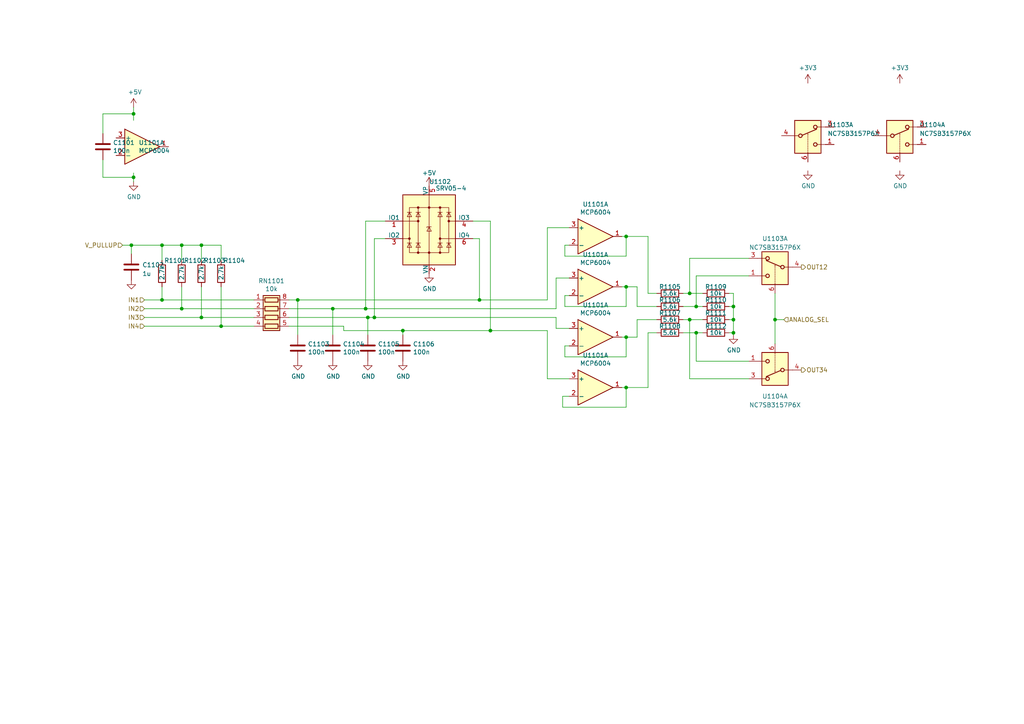
<source format=kicad_sch>
(kicad_sch (version 20210406) (generator eeschema)

  (uuid 9d08984a-c488-4a81-a031-0e69c2db0f54)

  (paper "A4")

  (title_block
    (title "rusEFI ATLAS")
    (date "2020-11-29")
    (rev "a")
    (company "rusEFI")
    (comment 1 "github.com/mck1117/atlas")
    (comment 2 "rusefi.com/s/proteus")
  )

  (lib_symbols
    (symbol "Amplifier_Operational:MCP6004" (pin_names (offset 0.127)) (in_bom yes) (on_board yes)
      (property "Reference" "U" (id 0) (at 0 5.08 0)
        (effects (font (size 1.27 1.27)) (justify left))
      )
      (property "Value" "MCP6004" (id 1) (at 0 -5.08 0)
        (effects (font (size 1.27 1.27)) (justify left))
      )
      (property "Footprint" "" (id 2) (at -1.27 2.54 0)
        (effects (font (size 1.27 1.27)) hide)
      )
      (property "Datasheet" "http://ww1.microchip.com/downloads/en/DeviceDoc/21733j.pdf" (id 3) (at 1.27 5.08 0)
        (effects (font (size 1.27 1.27)) hide)
      )
      (property "ki_locked" "" (id 4) (at 0 0 0)
        (effects (font (size 1.27 1.27)))
      )
      (property "ki_keywords" "quad opamp" (id 5) (at 0 0 0)
        (effects (font (size 1.27 1.27)) hide)
      )
      (property "ki_description" "1MHz, Low-Power Op Amp, DIP-14/SOIC-14/TSSOP-14" (id 6) (at 0 0 0)
        (effects (font (size 1.27 1.27)) hide)
      )
      (property "ki_fp_filters" "SOIC*3.9x8.7mm*P1.27mm* DIP*W7.62mm* TSSOP*4.4x5mm*P0.65mm* SSOP*5.3x6.2mm*P0.65mm* MSOP*3x3mm*P0.5mm*" (id 7) (at 0 0 0)
        (effects (font (size 1.27 1.27)) hide)
      )
      (symbol "MCP6004_1_1"
        (polyline
          (pts
            (xy -5.08 5.08)
            (xy 5.08 0)
            (xy -5.08 -5.08)
            (xy -5.08 5.08)
          )
          (stroke (width 0.254)) (fill (type background))
        )
        (pin output line (at 7.62 0 180) (length 2.54)
          (name "~" (effects (font (size 1.27 1.27))))
          (number "1" (effects (font (size 1.27 1.27))))
        )
        (pin input line (at -7.62 -2.54 0) (length 2.54)
          (name "-" (effects (font (size 1.27 1.27))))
          (number "2" (effects (font (size 1.27 1.27))))
        )
        (pin input line (at -7.62 2.54 0) (length 2.54)
          (name "+" (effects (font (size 1.27 1.27))))
          (number "3" (effects (font (size 1.27 1.27))))
        )
      )
      (symbol "MCP6004_2_1"
        (polyline
          (pts
            (xy -5.08 5.08)
            (xy 5.08 0)
            (xy -5.08 -5.08)
            (xy -5.08 5.08)
          )
          (stroke (width 0.254)) (fill (type background))
        )
        (pin input line (at -7.62 2.54 0) (length 2.54)
          (name "+" (effects (font (size 1.27 1.27))))
          (number "5" (effects (font (size 1.27 1.27))))
        )
        (pin input line (at -7.62 -2.54 0) (length 2.54)
          (name "-" (effects (font (size 1.27 1.27))))
          (number "6" (effects (font (size 1.27 1.27))))
        )
        (pin output line (at 7.62 0 180) (length 2.54)
          (name "~" (effects (font (size 1.27 1.27))))
          (number "7" (effects (font (size 1.27 1.27))))
        )
      )
      (symbol "MCP6004_3_1"
        (polyline
          (pts
            (xy -5.08 5.08)
            (xy 5.08 0)
            (xy -5.08 -5.08)
            (xy -5.08 5.08)
          )
          (stroke (width 0.254)) (fill (type background))
        )
        (pin input line (at -7.62 2.54 0) (length 2.54)
          (name "+" (effects (font (size 1.27 1.27))))
          (number "10" (effects (font (size 1.27 1.27))))
        )
        (pin output line (at 7.62 0 180) (length 2.54)
          (name "~" (effects (font (size 1.27 1.27))))
          (number "8" (effects (font (size 1.27 1.27))))
        )
        (pin input line (at -7.62 -2.54 0) (length 2.54)
          (name "-" (effects (font (size 1.27 1.27))))
          (number "9" (effects (font (size 1.27 1.27))))
        )
      )
      (symbol "MCP6004_4_1"
        (polyline
          (pts
            (xy -5.08 5.08)
            (xy 5.08 0)
            (xy -5.08 -5.08)
            (xy -5.08 5.08)
          )
          (stroke (width 0.254)) (fill (type background))
        )
        (pin input line (at -7.62 2.54 0) (length 2.54)
          (name "+" (effects (font (size 1.27 1.27))))
          (number "12" (effects (font (size 1.27 1.27))))
        )
        (pin input line (at -7.62 -2.54 0) (length 2.54)
          (name "-" (effects (font (size 1.27 1.27))))
          (number "13" (effects (font (size 1.27 1.27))))
        )
        (pin output line (at 7.62 0 180) (length 2.54)
          (name "~" (effects (font (size 1.27 1.27))))
          (number "14" (effects (font (size 1.27 1.27))))
        )
      )
      (symbol "MCP6004_5_1"
        (pin power_in line (at -2.54 -7.62 90) (length 3.81)
          (name "V-" (effects (font (size 1.27 1.27))))
          (number "11" (effects (font (size 1.27 1.27))))
        )
        (pin power_in line (at -2.54 7.62 270) (length 3.81)
          (name "V+" (effects (font (size 1.27 1.27))))
          (number "4" (effects (font (size 1.27 1.27))))
        )
      )
    )
    (symbol "Analog_Switch:NC7SB3157P6X" (pin_names (offset 0.127)) (in_bom yes) (on_board yes)
      (property "Reference" "U" (id 0) (at -3.175 4.699 0)
        (effects (font (size 1.27 1.27)) (justify left))
      )
      (property "Value" "NC7SB3157P6X" (id 1) (at -3.175 2.921 0)
        (effects (font (size 1.27 1.27)) (justify left))
      )
      (property "Footprint" "Package_TO_SOT_SMD:SOT-363_SC-70-6" (id 2) (at 0 -7.62 0)
        (effects (font (size 1.27 1.27)) hide)
      )
      (property "Datasheet" "https://www.onsemi.com/pub/Collateral/NC7SB3157-D.PDF" (id 3) (at 0 0 0)
        (effects (font (size 1.27 1.27)) hide)
      )
      (property "ki_keywords" "CMOS Analog Switch" (id 4) (at 0 0 0)
        (effects (font (size 1.27 1.27)) hide)
      )
      (property "ki_description" "Single SPDT Low-Voltage Analog Switch or 2:1 Multiplexer/De-Multiplexer Bus Switch, 10Ohm Ron, SC-70-6" (id 5) (at 0 0 0)
        (effects (font (size 1.27 1.27)) hide)
      )
      (property "ki_fp_filters" "*SC?70*" (id 6) (at 0 0 0)
        (effects (font (size 1.27 1.27)) hide)
      )
      (symbol "NC7SB3157P6X_1_1"
        (circle (center -2.159 -2.54) (radius 0.508) (stroke (width 0.254)) (fill (type none)))
        (circle (center 2.159 -5.08) (radius 0.508) (stroke (width 0.254)) (fill (type none)))
        (circle (center 2.159 0) (radius 0.508) (stroke (width 0.254)) (fill (type none)))
        (rectangle (start -3.81 1.905) (end 3.81 -7.62)
          (stroke (width 0.254)) (fill (type background))
        )
        (polyline
          (pts
            (xy -5.08 -2.54)
            (xy -2.794 -2.54)
          )
          (stroke (width 0)) (fill (type none))
        )
        (polyline
          (pts
            (xy -1.651 -2.413)
            (xy 2.54 -0.635)
          )
          (stroke (width 0.254)) (fill (type none))
        )
        (polyline
          (pts
            (xy 0 -7.62)
            (xy 0 -7.112)
          )
          (stroke (width 0)) (fill (type none))
        )
        (polyline
          (pts
            (xy 0 -6.858)
            (xy 0 -6.604)
          )
          (stroke (width 0)) (fill (type none))
        )
        (polyline
          (pts
            (xy 0 -6.35)
            (xy 0 -6.096)
          )
          (stroke (width 0)) (fill (type none))
        )
        (polyline
          (pts
            (xy 0 -5.842)
            (xy 0 -5.588)
          )
          (stroke (width 0)) (fill (type none))
        )
        (polyline
          (pts
            (xy 0 -5.334)
            (xy 0 -5.08)
          )
          (stroke (width 0)) (fill (type none))
        )
        (polyline
          (pts
            (xy 0 -4.826)
            (xy 0 -4.572)
          )
          (stroke (width 0)) (fill (type none))
        )
        (polyline
          (pts
            (xy 0 -4.318)
            (xy 0 -4.064)
          )
          (stroke (width 0)) (fill (type none))
        )
        (polyline
          (pts
            (xy 0 -3.81)
            (xy 0 -3.556)
          )
          (stroke (width 0)) (fill (type none))
        )
        (polyline
          (pts
            (xy 0 -3.302)
            (xy 0 -3.048)
          )
          (stroke (width 0)) (fill (type none))
        )
        (polyline
          (pts
            (xy 0 -2.794)
            (xy 0 -2.54)
          )
          (stroke (width 0)) (fill (type none))
        )
        (polyline
          (pts
            (xy 0 -2.286)
            (xy 0 -2.032)
          )
          (stroke (width 0)) (fill (type none))
        )
        (polyline
          (pts
            (xy 0 -2.286)
            (xy 0 -2.032)
          )
          (stroke (width 0)) (fill (type none))
        )
        (polyline
          (pts
            (xy 5.08 -5.08)
            (xy 2.794 -5.08)
          )
          (stroke (width 0)) (fill (type none))
        )
        (polyline
          (pts
            (xy 5.08 0)
            (xy 2.794 0)
          )
          (stroke (width 0)) (fill (type none))
        )
        (pin passive line (at 7.62 -5.08 180) (length 2.54)
          (name "~" (effects (font (size 1.27 1.27))))
          (number "1" (effects (font (size 1.27 1.27))))
        )
        (pin passive line (at 7.62 0 180) (length 2.54)
          (name "~" (effects (font (size 1.27 1.27))))
          (number "3" (effects (font (size 1.27 1.27))))
        )
        (pin passive line (at -7.62 -2.54 0) (length 2.54)
          (name "~" (effects (font (size 1.27 1.27))))
          (number "4" (effects (font (size 1.27 1.27))))
        )
        (pin input line (at 0 -10.16 90) (length 2.54)
          (name "~" (effects (font (size 1.27 1.27))))
          (number "6" (effects (font (size 1.27 1.27))))
        )
      )
      (symbol "NC7SB3157P6X_2_0"
        (pin power_in line (at 0 -12.7 90) (length 2.54)
          (name "GND" (effects (font (size 1.27 1.27))))
          (number "2" (effects (font (size 1.27 1.27))))
        )
        (pin power_in line (at 0 12.7 270) (length 2.54)
          (name "V+" (effects (font (size 1.27 1.27))))
          (number "5" (effects (font (size 1.27 1.27))))
        )
      )
      (symbol "NC7SB3157P6X_2_1"
        (rectangle (start -3.81 10.16) (end 3.81 -10.16)
          (stroke (width 0.254)) (fill (type background))
        )
      )
    )
    (symbol "Device:C" (pin_numbers hide) (pin_names (offset 0.254)) (in_bom yes) (on_board yes)
      (property "Reference" "C" (id 0) (at 0.635 2.54 0)
        (effects (font (size 1.27 1.27)) (justify left))
      )
      (property "Value" "C" (id 1) (at 0.635 -2.54 0)
        (effects (font (size 1.27 1.27)) (justify left))
      )
      (property "Footprint" "" (id 2) (at 0.9652 -3.81 0)
        (effects (font (size 1.27 1.27)) hide)
      )
      (property "Datasheet" "~" (id 3) (at 0 0 0)
        (effects (font (size 1.27 1.27)) hide)
      )
      (property "ki_keywords" "cap capacitor" (id 4) (at 0 0 0)
        (effects (font (size 1.27 1.27)) hide)
      )
      (property "ki_description" "Unpolarized capacitor" (id 5) (at 0 0 0)
        (effects (font (size 1.27 1.27)) hide)
      )
      (property "ki_fp_filters" "C_*" (id 6) (at 0 0 0)
        (effects (font (size 1.27 1.27)) hide)
      )
      (symbol "C_0_1"
        (polyline
          (pts
            (xy -2.032 -0.762)
            (xy 2.032 -0.762)
          )
          (stroke (width 0.508)) (fill (type none))
        )
        (polyline
          (pts
            (xy -2.032 0.762)
            (xy 2.032 0.762)
          )
          (stroke (width 0.508)) (fill (type none))
        )
      )
      (symbol "C_1_1"
        (pin passive line (at 0 3.81 270) (length 2.794)
          (name "~" (effects (font (size 1.27 1.27))))
          (number "1" (effects (font (size 1.27 1.27))))
        )
        (pin passive line (at 0 -3.81 90) (length 2.794)
          (name "~" (effects (font (size 1.27 1.27))))
          (number "2" (effects (font (size 1.27 1.27))))
        )
      )
    )
    (symbol "Device:R" (pin_numbers hide) (pin_names (offset 0)) (in_bom yes) (on_board yes)
      (property "Reference" "R" (id 0) (at 2.032 0 90)
        (effects (font (size 1.27 1.27)))
      )
      (property "Value" "R" (id 1) (at 0 0 90)
        (effects (font (size 1.27 1.27)))
      )
      (property "Footprint" "" (id 2) (at -1.778 0 90)
        (effects (font (size 1.27 1.27)) hide)
      )
      (property "Datasheet" "~" (id 3) (at 0 0 0)
        (effects (font (size 1.27 1.27)) hide)
      )
      (property "ki_keywords" "R res resistor" (id 4) (at 0 0 0)
        (effects (font (size 1.27 1.27)) hide)
      )
      (property "ki_description" "Resistor" (id 5) (at 0 0 0)
        (effects (font (size 1.27 1.27)) hide)
      )
      (property "ki_fp_filters" "R_*" (id 6) (at 0 0 0)
        (effects (font (size 1.27 1.27)) hide)
      )
      (symbol "R_0_1"
        (rectangle (start -1.016 -2.54) (end 1.016 2.54)
          (stroke (width 0.254)) (fill (type none))
        )
      )
      (symbol "R_1_1"
        (pin passive line (at 0 3.81 270) (length 1.27)
          (name "~" (effects (font (size 1.27 1.27))))
          (number "1" (effects (font (size 1.27 1.27))))
        )
        (pin passive line (at 0 -3.81 90) (length 1.27)
          (name "~" (effects (font (size 1.27 1.27))))
          (number "2" (effects (font (size 1.27 1.27))))
        )
      )
    )
    (symbol "Device:R_Pack04" (pin_names (offset 0) hide) (in_bom yes) (on_board yes)
      (property "Reference" "RN" (id 0) (at -7.62 0 90)
        (effects (font (size 1.27 1.27)))
      )
      (property "Value" "R_Pack04" (id 1) (at 5.08 0 90)
        (effects (font (size 1.27 1.27)))
      )
      (property "Footprint" "" (id 2) (at 6.985 0 90)
        (effects (font (size 1.27 1.27)) hide)
      )
      (property "Datasheet" "~" (id 3) (at 0 0 0)
        (effects (font (size 1.27 1.27)) hide)
      )
      (property "ki_keywords" "R network parallel topology isolated" (id 4) (at 0 0 0)
        (effects (font (size 1.27 1.27)) hide)
      )
      (property "ki_description" "4 resistor network, parallel topology" (id 5) (at 0 0 0)
        (effects (font (size 1.27 1.27)) hide)
      )
      (property "ki_fp_filters" "DIP* SOIC* R*Array*Concave* R*Array*Convex*" (id 6) (at 0 0 0)
        (effects (font (size 1.27 1.27)) hide)
      )
      (symbol "R_Pack04_0_1"
        (rectangle (start -5.715 1.905) (end -4.445 -1.905)
          (stroke (width 0.254)) (fill (type none))
        )
        (rectangle (start -3.175 1.905) (end -1.905 -1.905)
          (stroke (width 0.254)) (fill (type none))
        )
        (rectangle (start -0.635 1.905) (end 0.635 -1.905)
          (stroke (width 0.254)) (fill (type none))
        )
        (rectangle (start 1.905 1.905) (end 3.175 -1.905)
          (stroke (width 0.254)) (fill (type none))
        )
        (rectangle (start -6.35 -2.413) (end 3.81 2.413)
          (stroke (width 0.254)) (fill (type background))
        )
        (polyline
          (pts
            (xy -5.08 -2.54)
            (xy -5.08 -1.905)
          )
          (stroke (width 0)) (fill (type none))
        )
        (polyline
          (pts
            (xy -5.08 1.905)
            (xy -5.08 2.54)
          )
          (stroke (width 0)) (fill (type none))
        )
        (polyline
          (pts
            (xy -2.54 -2.54)
            (xy -2.54 -1.905)
          )
          (stroke (width 0)) (fill (type none))
        )
        (polyline
          (pts
            (xy -2.54 1.905)
            (xy -2.54 2.54)
          )
          (stroke (width 0)) (fill (type none))
        )
        (polyline
          (pts
            (xy 0 -2.54)
            (xy 0 -1.905)
          )
          (stroke (width 0)) (fill (type none))
        )
        (polyline
          (pts
            (xy 0 1.905)
            (xy 0 2.54)
          )
          (stroke (width 0)) (fill (type none))
        )
        (polyline
          (pts
            (xy 2.54 -2.54)
            (xy 2.54 -1.905)
          )
          (stroke (width 0)) (fill (type none))
        )
        (polyline
          (pts
            (xy 2.54 1.905)
            (xy 2.54 2.54)
          )
          (stroke (width 0)) (fill (type none))
        )
      )
      (symbol "R_Pack04_1_1"
        (pin passive line (at -5.08 -5.08 90) (length 2.54)
          (name "R1.1" (effects (font (size 1.27 1.27))))
          (number "1" (effects (font (size 1.27 1.27))))
        )
        (pin passive line (at -2.54 -5.08 90) (length 2.54)
          (name "R2.1" (effects (font (size 1.27 1.27))))
          (number "2" (effects (font (size 1.27 1.27))))
        )
        (pin passive line (at 0 -5.08 90) (length 2.54)
          (name "R3.1" (effects (font (size 1.27 1.27))))
          (number "3" (effects (font (size 1.27 1.27))))
        )
        (pin passive line (at 2.54 -5.08 90) (length 2.54)
          (name "R4.1" (effects (font (size 1.27 1.27))))
          (number "4" (effects (font (size 1.27 1.27))))
        )
        (pin passive line (at 2.54 5.08 270) (length 2.54)
          (name "R4.2" (effects (font (size 1.27 1.27))))
          (number "5" (effects (font (size 1.27 1.27))))
        )
        (pin passive line (at 0 5.08 270) (length 2.54)
          (name "R3.2" (effects (font (size 1.27 1.27))))
          (number "6" (effects (font (size 1.27 1.27))))
        )
        (pin passive line (at -2.54 5.08 270) (length 2.54)
          (name "R2.2" (effects (font (size 1.27 1.27))))
          (number "7" (effects (font (size 1.27 1.27))))
        )
        (pin passive line (at -5.08 5.08 270) (length 2.54)
          (name "R1.2" (effects (font (size 1.27 1.27))))
          (number "8" (effects (font (size 1.27 1.27))))
        )
      )
    )
    (symbol "Power_Protection:SRV05-4" (pin_names (offset 0)) (in_bom yes) (on_board yes)
      (property "Reference" "U" (id 0) (at -5.08 11.43 0)
        (effects (font (size 1.27 1.27)) (justify right))
      )
      (property "Value" "SRV05-4" (id 1) (at 2.54 11.43 0)
        (effects (font (size 1.27 1.27)) (justify left))
      )
      (property "Footprint" "Package_TO_SOT_SMD:SOT-23-6" (id 2) (at 17.78 -11.43 0)
        (effects (font (size 1.27 1.27)) hide)
      )
      (property "Datasheet" "http://www.onsemi.com/pub/Collateral/SRV05-4-D.PDF" (id 3) (at 0 0 0)
        (effects (font (size 1.27 1.27)) hide)
      )
      (property "ki_keywords" "ESD protection diodes" (id 4) (at 0 0 0)
        (effects (font (size 1.27 1.27)) hide)
      )
      (property "ki_description" "ESD Protection Diodes with Low Clamping Voltage, SOT-23-6" (id 5) (at 0 0 0)
        (effects (font (size 1.27 1.27)) hide)
      )
      (property "ki_fp_filters" "SOT?23*" (id 6) (at 0 0 0)
        (effects (font (size 1.27 1.27)) hide)
      )
      (symbol "SRV05-4_0_0"
        (rectangle (start -5.715 6.477) (end 5.715 -6.604)
          (stroke (width 0)) (fill (type none))
        )
        (polyline
          (pts
            (xy -3.175 -6.604)
            (xy -3.175 6.477)
          )
          (stroke (width 0)) (fill (type none))
        )
        (polyline
          (pts
            (xy 3.175 6.477)
            (xy 3.175 -6.604)
          )
          (stroke (width 0)) (fill (type none))
        )
      )
      (symbol "SRV05-4_0_1"
        (circle (center -5.715 -2.54) (radius 0.2794) (stroke (width 0)) (fill (type outline)))
        (circle (center -3.175 -6.604) (radius 0.2794) (stroke (width 0)) (fill (type outline)))
        (circle (center -3.175 2.54) (radius 0.2794) (stroke (width 0)) (fill (type outline)))
        (circle (center -3.175 6.477) (radius 0.2794) (stroke (width 0)) (fill (type outline)))
        (circle (center 0 -6.604) (radius 0.2794) (stroke (width 0)) (fill (type outline)))
        (circle (center 0 6.477) (radius 0.2794) (stroke (width 0)) (fill (type outline)))
        (circle (center 3.175 -6.604) (radius 0.2794) (stroke (width 0)) (fill (type outline)))
        (circle (center 3.175 -2.54) (radius 0.2794) (stroke (width 0)) (fill (type outline)))
        (circle (center 3.175 6.477) (radius 0.2794) (stroke (width 0)) (fill (type outline)))
        (circle (center 5.715 2.54) (radius 0.2794) (stroke (width 0)) (fill (type outline)))
        (rectangle (start -7.62 10.16) (end 7.62 -10.16)
          (stroke (width 0.254)) (fill (type background))
        )
        (polyline
          (pts
            (xy -7.747 2.54)
            (xy -3.175 2.54)
          )
          (stroke (width 0)) (fill (type none))
        )
        (polyline
          (pts
            (xy -7.62 -2.54)
            (xy -5.715 -2.54)
          )
          (stroke (width 0)) (fill (type none))
        )
        (polyline
          (pts
            (xy -5.08 -3.81)
            (xy -6.35 -3.81)
          )
          (stroke (width 0)) (fill (type none))
        )
        (polyline
          (pts
            (xy -5.08 5.08)
            (xy -6.35 5.08)
          )
          (stroke (width 0)) (fill (type none))
        )
        (polyline
          (pts
            (xy -2.54 -3.81)
            (xy -3.81 -3.81)
          )
          (stroke (width 0)) (fill (type none))
        )
        (polyline
          (pts
            (xy -2.54 5.08)
            (xy -3.81 5.08)
          )
          (stroke (width 0)) (fill (type none))
        )
        (polyline
          (pts
            (xy 0 10.16)
            (xy 0 -10.16)
          )
          (stroke (width 0)) (fill (type none))
        )
        (polyline
          (pts
            (xy 3.81 -3.81)
            (xy 2.54 -3.81)
          )
          (stroke (width 0)) (fill (type none))
        )
        (polyline
          (pts
            (xy 3.81 5.08)
            (xy 2.54 5.08)
          )
          (stroke (width 0)) (fill (type none))
        )
        (polyline
          (pts
            (xy 6.35 -3.81)
            (xy 5.08 -3.81)
          )
          (stroke (width 0)) (fill (type none))
        )
        (polyline
          (pts
            (xy 6.35 5.08)
            (xy 5.08 5.08)
          )
          (stroke (width 0)) (fill (type none))
        )
        (polyline
          (pts
            (xy 7.62 -2.54)
            (xy 3.175 -2.54)
          )
          (stroke (width 0)) (fill (type none))
        )
        (polyline
          (pts
            (xy 7.62 2.54)
            (xy 5.715 2.54)
          )
          (stroke (width 0)) (fill (type none))
        )
        (polyline
          (pts
            (xy 0.635 0.889)
            (xy -0.635 0.889)
            (xy -0.635 0.635)
          )
          (stroke (width 0)) (fill (type none))
        )
        (polyline
          (pts
            (xy -5.08 -5.08)
            (xy -6.35 -5.08)
            (xy -5.715 -3.81)
            (xy -5.08 -5.08)
          )
          (stroke (width 0)) (fill (type none))
        )
        (polyline
          (pts
            (xy -5.08 3.81)
            (xy -6.35 3.81)
            (xy -5.715 5.08)
            (xy -5.08 3.81)
          )
          (stroke (width 0)) (fill (type none))
        )
        (polyline
          (pts
            (xy -2.54 -5.08)
            (xy -3.81 -5.08)
            (xy -3.175 -3.81)
            (xy -2.54 -5.08)
          )
          (stroke (width 0)) (fill (type none))
        )
        (polyline
          (pts
            (xy -2.54 3.81)
            (xy -3.81 3.81)
            (xy -3.175 5.08)
            (xy -2.54 3.81)
          )
          (stroke (width 0)) (fill (type none))
        )
        (polyline
          (pts
            (xy 0.635 -0.381)
            (xy -0.635 -0.381)
            (xy 0 0.889)
            (xy 0.635 -0.381)
          )
          (stroke (width 0)) (fill (type none))
        )
        (polyline
          (pts
            (xy 3.81 -5.08)
            (xy 2.54 -5.08)
            (xy 3.175 -3.81)
            (xy 3.81 -5.08)
          )
          (stroke (width 0)) (fill (type none))
        )
        (polyline
          (pts
            (xy 3.81 3.81)
            (xy 2.54 3.81)
            (xy 3.175 5.08)
            (xy 3.81 3.81)
          )
          (stroke (width 0)) (fill (type none))
        )
        (polyline
          (pts
            (xy 6.35 -5.08)
            (xy 5.08 -5.08)
            (xy 5.715 -3.81)
            (xy 6.35 -5.08)
          )
          (stroke (width 0)) (fill (type none))
        )
        (polyline
          (pts
            (xy 6.35 3.81)
            (xy 5.08 3.81)
            (xy 5.715 5.08)
            (xy 6.35 3.81)
          )
          (stroke (width 0)) (fill (type none))
        )
      )
      (symbol "SRV05-4_1_1"
        (pin passive line (at -12.7 2.54 0) (length 5.08)
          (name "IO1" (effects (font (size 1.27 1.27))))
          (number "1" (effects (font (size 1.27 1.27))))
        )
        (pin passive line (at 0 -12.7 90) (length 2.54)
          (name "VN" (effects (font (size 1.27 1.27))))
          (number "2" (effects (font (size 1.27 1.27))))
        )
        (pin passive line (at -12.7 -2.54 0) (length 5.08)
          (name "IO2" (effects (font (size 1.27 1.27))))
          (number "3" (effects (font (size 1.27 1.27))))
        )
        (pin passive line (at 12.7 2.54 180) (length 5.08)
          (name "IO3" (effects (font (size 1.27 1.27))))
          (number "4" (effects (font (size 1.27 1.27))))
        )
        (pin passive line (at 0 12.7 270) (length 2.54)
          (name "VP" (effects (font (size 1.27 1.27))))
          (number "5" (effects (font (size 1.27 1.27))))
        )
        (pin passive line (at 12.7 -2.54 180) (length 5.08)
          (name "IO4" (effects (font (size 1.27 1.27))))
          (number "6" (effects (font (size 1.27 1.27))))
        )
      )
    )
    (symbol "power:+3V3" (power) (pin_names (offset 0)) (in_bom yes) (on_board yes)
      (property "Reference" "#PWR" (id 0) (at 0 -3.81 0)
        (effects (font (size 1.27 1.27)) hide)
      )
      (property "Value" "+3V3" (id 1) (at 0 3.556 0)
        (effects (font (size 1.27 1.27)))
      )
      (property "Footprint" "" (id 2) (at 0 0 0)
        (effects (font (size 1.27 1.27)) hide)
      )
      (property "Datasheet" "" (id 3) (at 0 0 0)
        (effects (font (size 1.27 1.27)) hide)
      )
      (property "ki_keywords" "power-flag" (id 4) (at 0 0 0)
        (effects (font (size 1.27 1.27)) hide)
      )
      (property "ki_description" "Power symbol creates a global label with name \"+3V3\"" (id 5) (at 0 0 0)
        (effects (font (size 1.27 1.27)) hide)
      )
      (symbol "+3V3_0_1"
        (polyline
          (pts
            (xy -0.762 1.27)
            (xy 0 2.54)
          )
          (stroke (width 0)) (fill (type none))
        )
        (polyline
          (pts
            (xy 0 0)
            (xy 0 2.54)
          )
          (stroke (width 0)) (fill (type none))
        )
        (polyline
          (pts
            (xy 0 2.54)
            (xy 0.762 1.27)
          )
          (stroke (width 0)) (fill (type none))
        )
      )
      (symbol "+3V3_1_1"
        (pin power_in line (at 0 0 90) (length 0) hide
          (name "+3V3" (effects (font (size 1.27 1.27))))
          (number "1" (effects (font (size 1.27 1.27))))
        )
      )
    )
    (symbol "power:+5V" (power) (pin_names (offset 0)) (in_bom yes) (on_board yes)
      (property "Reference" "#PWR" (id 0) (at 0 -3.81 0)
        (effects (font (size 1.27 1.27)) hide)
      )
      (property "Value" "+5V" (id 1) (at 0 3.556 0)
        (effects (font (size 1.27 1.27)))
      )
      (property "Footprint" "" (id 2) (at 0 0 0)
        (effects (font (size 1.27 1.27)) hide)
      )
      (property "Datasheet" "" (id 3) (at 0 0 0)
        (effects (font (size 1.27 1.27)) hide)
      )
      (property "ki_keywords" "power-flag" (id 4) (at 0 0 0)
        (effects (font (size 1.27 1.27)) hide)
      )
      (property "ki_description" "Power symbol creates a global label with name \"+5V\"" (id 5) (at 0 0 0)
        (effects (font (size 1.27 1.27)) hide)
      )
      (symbol "+5V_0_1"
        (polyline
          (pts
            (xy -0.762 1.27)
            (xy 0 2.54)
          )
          (stroke (width 0)) (fill (type none))
        )
        (polyline
          (pts
            (xy 0 0)
            (xy 0 2.54)
          )
          (stroke (width 0)) (fill (type none))
        )
        (polyline
          (pts
            (xy 0 2.54)
            (xy 0.762 1.27)
          )
          (stroke (width 0)) (fill (type none))
        )
      )
      (symbol "+5V_1_1"
        (pin power_in line (at 0 0 90) (length 0) hide
          (name "+5V" (effects (font (size 1.27 1.27))))
          (number "1" (effects (font (size 1.27 1.27))))
        )
      )
    )
    (symbol "power:GND" (power) (pin_names (offset 0)) (in_bom yes) (on_board yes)
      (property "Reference" "#PWR" (id 0) (at 0 -6.35 0)
        (effects (font (size 1.27 1.27)) hide)
      )
      (property "Value" "GND" (id 1) (at 0 -3.81 0)
        (effects (font (size 1.27 1.27)))
      )
      (property "Footprint" "" (id 2) (at 0 0 0)
        (effects (font (size 1.27 1.27)) hide)
      )
      (property "Datasheet" "" (id 3) (at 0 0 0)
        (effects (font (size 1.27 1.27)) hide)
      )
      (property "ki_keywords" "power-flag" (id 4) (at 0 0 0)
        (effects (font (size 1.27 1.27)) hide)
      )
      (property "ki_description" "Power symbol creates a global label with name \"GND\" , ground" (id 5) (at 0 0 0)
        (effects (font (size 1.27 1.27)) hide)
      )
      (symbol "GND_0_1"
        (polyline
          (pts
            (xy 0 0)
            (xy 0 -1.27)
            (xy 1.27 -1.27)
            (xy 0 -2.54)
            (xy -1.27 -1.27)
            (xy 0 -1.27)
          )
          (stroke (width 0)) (fill (type none))
        )
      )
      (symbol "GND_1_1"
        (pin power_in line (at 0 0 270) (length 0) hide
          (name "GND" (effects (font (size 1.27 1.27))))
          (number "1" (effects (font (size 1.27 1.27))))
        )
      )
    )
  )

  (junction (at 38.1 71.12) (diameter 0.9144) (color 0 0 0 0))
  (junction (at 38.735 33.02) (diameter 0.9144) (color 0 0 0 0))
  (junction (at 38.735 51.435) (diameter 0.9144) (color 0 0 0 0))
  (junction (at 46.99 71.12) (diameter 0.9144) (color 0 0 0 0))
  (junction (at 46.99 86.995) (diameter 0.9144) (color 0 0 0 0))
  (junction (at 52.705 71.12) (diameter 0.9144) (color 0 0 0 0))
  (junction (at 52.705 89.535) (diameter 0.9144) (color 0 0 0 0))
  (junction (at 58.42 71.12) (diameter 0.9144) (color 0 0 0 0))
  (junction (at 58.42 92.075) (diameter 0.9144) (color 0 0 0 0))
  (junction (at 64.135 94.615) (diameter 0.9144) (color 0 0 0 0))
  (junction (at 86.36 86.995) (diameter 0.9144) (color 0 0 0 0))
  (junction (at 96.52 89.535) (diameter 0.9144) (color 0 0 0 0))
  (junction (at 106.045 89.535) (diameter 0.9144) (color 0 0 0 0))
  (junction (at 106.68 92.075) (diameter 0.9144) (color 0 0 0 0))
  (junction (at 108.585 92.075) (diameter 0.9144) (color 0 0 0 0))
  (junction (at 116.84 95.885) (diameter 0.9144) (color 0 0 0 0))
  (junction (at 139.065 86.995) (diameter 0.9144) (color 0 0 0 0))
  (junction (at 142.24 95.885) (diameter 0.9144) (color 0 0 0 0))
  (junction (at 181.61 68.58) (diameter 0.9144) (color 0 0 0 0))
  (junction (at 181.61 83.185) (diameter 0.9144) (color 0 0 0 0))
  (junction (at 181.61 97.79) (diameter 0.9144) (color 0 0 0 0))
  (junction (at 181.61 112.395) (diameter 0.9144) (color 0 0 0 0))
  (junction (at 200.025 85.09) (diameter 0.9144) (color 0 0 0 0))
  (junction (at 200.025 92.71) (diameter 0.9144) (color 0 0 0 0))
  (junction (at 201.93 88.9) (diameter 0.9144) (color 0 0 0 0))
  (junction (at 201.93 96.52) (diameter 0.9144) (color 0 0 0 0))
  (junction (at 212.725 88.9) (diameter 0.9144) (color 0 0 0 0))
  (junction (at 212.725 92.71) (diameter 0.9144) (color 0 0 0 0))
  (junction (at 212.725 96.52) (diameter 0.9144) (color 0 0 0 0))
  (junction (at 224.79 92.71) (diameter 0.9144) (color 0 0 0 0))

  (wire (pts (xy 29.845 33.02) (xy 38.735 33.02))
    (stroke (width 0) (type solid) (color 0 0 0 0))
    (uuid d725768c-17e2-4019-9fed-bc4eaa322e26)
  )
  (wire (pts (xy 29.845 38.735) (xy 29.845 33.02))
    (stroke (width 0) (type solid) (color 0 0 0 0))
    (uuid e431ae20-9608-4e17-b9e5-a367a991cc31)
  )
  (wire (pts (xy 29.845 51.435) (xy 29.845 46.355))
    (stroke (width 0) (type solid) (color 0 0 0 0))
    (uuid 0d0ca322-ad79-41a8-a678-207a113df127)
  )
  (wire (pts (xy 35.56 71.12) (xy 38.1 71.12))
    (stroke (width 0) (type solid) (color 0 0 0 0))
    (uuid b5c67062-3ae1-43b9-8790-cca0cb4d2869)
  )
  (wire (pts (xy 38.1 71.12) (xy 38.1 73.66))
    (stroke (width 0) (type solid) (color 0 0 0 0))
    (uuid 8a6eaa58-5688-4352-9422-89e9dcee94ad)
  )
  (wire (pts (xy 38.1 71.12) (xy 46.99 71.12))
    (stroke (width 0) (type solid) (color 0 0 0 0))
    (uuid b5c67062-3ae1-43b9-8790-cca0cb4d2869)
  )
  (wire (pts (xy 38.735 31.115) (xy 38.735 33.02))
    (stroke (width 0) (type solid) (color 0 0 0 0))
    (uuid 38293e6a-417d-4018-9aa6-fb695d6e6f50)
  )
  (wire (pts (xy 38.735 33.02) (xy 38.735 34.925))
    (stroke (width 0) (type solid) (color 0 0 0 0))
    (uuid 13dac587-4ec7-4324-8f0b-c2354f78a75c)
  )
  (wire (pts (xy 38.735 51.435) (xy 29.845 51.435))
    (stroke (width 0) (type solid) (color 0 0 0 0))
    (uuid 469bb497-ddba-4fcb-9d8b-cf001e15f5e1)
  )
  (wire (pts (xy 38.735 51.435) (xy 38.735 50.165))
    (stroke (width 0) (type solid) (color 0 0 0 0))
    (uuid d4215f14-cf22-4785-9219-3cafc1206582)
  )
  (wire (pts (xy 38.735 52.705) (xy 38.735 51.435))
    (stroke (width 0) (type solid) (color 0 0 0 0))
    (uuid 090aa40f-a410-435c-8de5-f479dab4d1ed)
  )
  (wire (pts (xy 41.91 86.995) (xy 46.99 86.995))
    (stroke (width 0) (type solid) (color 0 0 0 0))
    (uuid 2598bb5d-edd3-43b5-a62e-76aca7e2656a)
  )
  (wire (pts (xy 41.91 89.535) (xy 52.705 89.535))
    (stroke (width 0) (type solid) (color 0 0 0 0))
    (uuid f977b4e4-f562-4403-b4d1-fbf61cea8eaf)
  )
  (wire (pts (xy 41.91 92.075) (xy 58.42 92.075))
    (stroke (width 0) (type solid) (color 0 0 0 0))
    (uuid 2907f086-504b-4420-9fec-8a60dda3c3ce)
  )
  (wire (pts (xy 41.91 94.615) (xy 64.135 94.615))
    (stroke (width 0) (type solid) (color 0 0 0 0))
    (uuid 2e6f45b8-240b-4306-8236-c50c2e77ac09)
  )
  (wire (pts (xy 46.99 71.12) (xy 46.99 75.565))
    (stroke (width 0) (type solid) (color 0 0 0 0))
    (uuid 1781c128-f02a-4d9b-a34e-bc9e97f0fbd0)
  )
  (wire (pts (xy 46.99 71.12) (xy 52.705 71.12))
    (stroke (width 0) (type solid) (color 0 0 0 0))
    (uuid b5c67062-3ae1-43b9-8790-cca0cb4d2869)
  )
  (wire (pts (xy 46.99 83.185) (xy 46.99 86.995))
    (stroke (width 0) (type solid) (color 0 0 0 0))
    (uuid fab40aa0-5439-4f49-98c2-8cfb04c69ec2)
  )
  (wire (pts (xy 46.99 86.995) (xy 73.66 86.995))
    (stroke (width 0) (type solid) (color 0 0 0 0))
    (uuid 2598bb5d-edd3-43b5-a62e-76aca7e2656a)
  )
  (wire (pts (xy 52.705 71.12) (xy 52.705 75.565))
    (stroke (width 0) (type solid) (color 0 0 0 0))
    (uuid b24206e6-2408-4fb9-ab74-3505cefc0a54)
  )
  (wire (pts (xy 52.705 71.12) (xy 58.42 71.12))
    (stroke (width 0) (type solid) (color 0 0 0 0))
    (uuid b5c67062-3ae1-43b9-8790-cca0cb4d2869)
  )
  (wire (pts (xy 52.705 83.185) (xy 52.705 89.535))
    (stroke (width 0) (type solid) (color 0 0 0 0))
    (uuid a69e2d77-24e2-41d5-8c63-b371c79c704f)
  )
  (wire (pts (xy 52.705 89.535) (xy 73.66 89.535))
    (stroke (width 0) (type solid) (color 0 0 0 0))
    (uuid f977b4e4-f562-4403-b4d1-fbf61cea8eaf)
  )
  (wire (pts (xy 58.42 71.12) (xy 58.42 75.565))
    (stroke (width 0) (type solid) (color 0 0 0 0))
    (uuid 022720c8-3965-4357-b3d4-8ffea71be9ed)
  )
  (wire (pts (xy 58.42 71.12) (xy 64.135 71.12))
    (stroke (width 0) (type solid) (color 0 0 0 0))
    (uuid b5c67062-3ae1-43b9-8790-cca0cb4d2869)
  )
  (wire (pts (xy 58.42 83.185) (xy 58.42 92.075))
    (stroke (width 0) (type solid) (color 0 0 0 0))
    (uuid 3f2d0af2-1b2e-4afe-823a-b95ca99760b4)
  )
  (wire (pts (xy 58.42 92.075) (xy 73.66 92.075))
    (stroke (width 0) (type solid) (color 0 0 0 0))
    (uuid 2907f086-504b-4420-9fec-8a60dda3c3ce)
  )
  (wire (pts (xy 64.135 71.12) (xy 64.135 75.565))
    (stroke (width 0) (type solid) (color 0 0 0 0))
    (uuid b5c67062-3ae1-43b9-8790-cca0cb4d2869)
  )
  (wire (pts (xy 64.135 83.185) (xy 64.135 94.615))
    (stroke (width 0) (type solid) (color 0 0 0 0))
    (uuid 3d2d2b85-8ad8-4715-a8de-4643ff2a5f6f)
  )
  (wire (pts (xy 64.135 94.615) (xy 73.66 94.615))
    (stroke (width 0) (type solid) (color 0 0 0 0))
    (uuid 2e6f45b8-240b-4306-8236-c50c2e77ac09)
  )
  (wire (pts (xy 83.82 89.535) (xy 96.52 89.535))
    (stroke (width 0) (type solid) (color 0 0 0 0))
    (uuid cf20de1e-d62e-42cb-9c97-04bdaba28d39)
  )
  (wire (pts (xy 83.82 92.075) (xy 106.68 92.075))
    (stroke (width 0) (type solid) (color 0 0 0 0))
    (uuid 71d66914-e464-45a9-8d91-cd64eb379c29)
  )
  (wire (pts (xy 83.82 94.615) (xy 99.695 94.615))
    (stroke (width 0) (type solid) (color 0 0 0 0))
    (uuid 49f8539e-09a6-48b3-acab-604cd3a22d24)
  )
  (wire (pts (xy 86.36 86.995) (xy 83.82 86.995))
    (stroke (width 0) (type solid) (color 0 0 0 0))
    (uuid 908fc175-2764-4149-95e9-98769ac32e96)
  )
  (wire (pts (xy 86.36 86.995) (xy 139.065 86.995))
    (stroke (width 0) (type solid) (color 0 0 0 0))
    (uuid b416464c-7cd6-4425-bff0-c37a217da385)
  )
  (wire (pts (xy 86.36 97.155) (xy 86.36 86.995))
    (stroke (width 0) (type solid) (color 0 0 0 0))
    (uuid f32837a6-4374-43a1-8091-3363a759212d)
  )
  (wire (pts (xy 96.52 89.535) (xy 96.52 97.155))
    (stroke (width 0) (type solid) (color 0 0 0 0))
    (uuid 04ff40f6-81f6-4265-b0c9-518bd8e407f4)
  )
  (wire (pts (xy 96.52 89.535) (xy 106.045 89.535))
    (stroke (width 0) (type solid) (color 0 0 0 0))
    (uuid e534ec4f-f866-4d94-bf48-40b2ffd6514f)
  )
  (wire (pts (xy 99.695 94.615) (xy 99.695 95.885))
    (stroke (width 0) (type solid) (color 0 0 0 0))
    (uuid 5b01a60f-53dc-48c7-a193-20b038df099b)
  )
  (wire (pts (xy 99.695 95.885) (xy 116.84 95.885))
    (stroke (width 0) (type solid) (color 0 0 0 0))
    (uuid fc46df7f-7ca7-4088-a297-0b99220a7cbd)
  )
  (wire (pts (xy 106.045 64.135) (xy 106.045 89.535))
    (stroke (width 0) (type solid) (color 0 0 0 0))
    (uuid 1e57e915-76d7-4ff9-8a3d-3fe4c81e9fa1)
  )
  (wire (pts (xy 106.045 89.535) (xy 161.29 89.535))
    (stroke (width 0) (type solid) (color 0 0 0 0))
    (uuid 39fd1794-297f-4bf6-bbf6-b70c0606e4b1)
  )
  (wire (pts (xy 106.68 92.075) (xy 106.68 97.155))
    (stroke (width 0) (type solid) (color 0 0 0 0))
    (uuid 07013786-f2ce-4898-955d-07d91fe89f68)
  )
  (wire (pts (xy 106.68 92.075) (xy 108.585 92.075))
    (stroke (width 0) (type solid) (color 0 0 0 0))
    (uuid 26bfb7ee-0e3e-42e1-9632-c398989716c9)
  )
  (wire (pts (xy 108.585 69.215) (xy 108.585 92.075))
    (stroke (width 0) (type solid) (color 0 0 0 0))
    (uuid 224ccd65-18f0-435a-aebb-05ff40b71b1d)
  )
  (wire (pts (xy 108.585 92.075) (xy 161.29 92.075))
    (stroke (width 0) (type solid) (color 0 0 0 0))
    (uuid 4b297510-4fef-488b-9ecd-838ee87c984a)
  )
  (wire (pts (xy 111.76 64.135) (xy 106.045 64.135))
    (stroke (width 0) (type solid) (color 0 0 0 0))
    (uuid 6cd58ddf-74a8-4bd0-a922-3cdd5845bc95)
  )
  (wire (pts (xy 111.76 69.215) (xy 108.585 69.215))
    (stroke (width 0) (type solid) (color 0 0 0 0))
    (uuid 79a9e3c1-f44f-4aa8-9be0-188051928806)
  )
  (wire (pts (xy 116.84 95.885) (xy 142.24 95.885))
    (stroke (width 0) (type solid) (color 0 0 0 0))
    (uuid 518d9e31-98fd-4ee7-849e-66403c0c9341)
  )
  (wire (pts (xy 116.84 97.155) (xy 116.84 95.885))
    (stroke (width 0) (type solid) (color 0 0 0 0))
    (uuid 0529d098-2193-4079-bf93-3060b46142fd)
  )
  (wire (pts (xy 137.16 64.135) (xy 142.24 64.135))
    (stroke (width 0) (type solid) (color 0 0 0 0))
    (uuid d7324529-7ffd-4aa6-86e9-17fccc3ea41d)
  )
  (wire (pts (xy 137.16 69.215) (xy 139.065 69.215))
    (stroke (width 0) (type solid) (color 0 0 0 0))
    (uuid 194f9589-4870-4433-80d9-7c07c9b76493)
  )
  (wire (pts (xy 139.065 69.215) (xy 139.065 86.995))
    (stroke (width 0) (type solid) (color 0 0 0 0))
    (uuid 77846ccd-a284-492d-bd75-bd13e9c051d2)
  )
  (wire (pts (xy 139.065 86.995) (xy 158.75 86.995))
    (stroke (width 0) (type solid) (color 0 0 0 0))
    (uuid d72053d8-1fda-47a4-af68-1db423f31dc4)
  )
  (wire (pts (xy 142.24 64.135) (xy 142.24 95.885))
    (stroke (width 0) (type solid) (color 0 0 0 0))
    (uuid bdf2efb8-f8f0-4cc7-9ba7-7413e9f4a63c)
  )
  (wire (pts (xy 142.24 95.885) (xy 158.75 95.885))
    (stroke (width 0) (type solid) (color 0 0 0 0))
    (uuid 2644c77f-e611-4ba2-84c0-8bde28c20da0)
  )
  (wire (pts (xy 158.75 66.04) (xy 165.1 66.04))
    (stroke (width 0) (type solid) (color 0 0 0 0))
    (uuid 71a0cf92-7f7a-4723-8c1e-1db8e2b65a4d)
  )
  (wire (pts (xy 158.75 86.995) (xy 158.75 66.04))
    (stroke (width 0) (type solid) (color 0 0 0 0))
    (uuid 7f2a3163-a1c5-4133-9c38-9e5e663af6ef)
  )
  (wire (pts (xy 158.75 95.885) (xy 158.75 109.855))
    (stroke (width 0) (type solid) (color 0 0 0 0))
    (uuid 24d4c9a4-592e-4dbc-857d-b76642808522)
  )
  (wire (pts (xy 158.75 109.855) (xy 165.1 109.855))
    (stroke (width 0) (type solid) (color 0 0 0 0))
    (uuid b79876a8-f288-4ddd-a60c-2230815e5c2b)
  )
  (wire (pts (xy 161.29 80.645) (xy 161.29 89.535))
    (stroke (width 0) (type solid) (color 0 0 0 0))
    (uuid a398d271-1d3c-4398-9609-1aed4e670714)
  )
  (wire (pts (xy 161.29 92.075) (xy 161.29 95.25))
    (stroke (width 0) (type solid) (color 0 0 0 0))
    (uuid 46e24ccc-018f-4dae-98c4-7a3d36a918ca)
  )
  (wire (pts (xy 161.29 95.25) (xy 165.1 95.25))
    (stroke (width 0) (type solid) (color 0 0 0 0))
    (uuid f204300a-a8af-44a5-8122-26c99748d604)
  )
  (wire (pts (xy 163.195 114.935) (xy 163.195 118.11))
    (stroke (width 0) (type solid) (color 0 0 0 0))
    (uuid e5270de2-20d0-4ffb-a56b-1fe1762ef37b)
  )
  (wire (pts (xy 163.195 118.11) (xy 181.61 118.11))
    (stroke (width 0) (type solid) (color 0 0 0 0))
    (uuid e60db08e-2845-471d-aebd-d262823c34f2)
  )
  (wire (pts (xy 163.83 71.12) (xy 163.83 74.295))
    (stroke (width 0) (type solid) (color 0 0 0 0))
    (uuid 0786c531-1807-4427-b209-b7dde9b4111d)
  )
  (wire (pts (xy 163.83 74.295) (xy 181.61 74.295))
    (stroke (width 0) (type solid) (color 0 0 0 0))
    (uuid 209c0663-ddfa-4749-9c92-9bb9f510bd50)
  )
  (wire (pts (xy 163.83 85.725) (xy 163.83 88.9))
    (stroke (width 0) (type solid) (color 0 0 0 0))
    (uuid d08874e1-12b5-4956-ae1b-04a0d1ac0099)
  )
  (wire (pts (xy 163.83 88.9) (xy 181.61 88.9))
    (stroke (width 0) (type solid) (color 0 0 0 0))
    (uuid d6a0a328-2932-4771-b337-14b17931df28)
  )
  (wire (pts (xy 163.83 100.33) (xy 163.83 103.505))
    (stroke (width 0) (type solid) (color 0 0 0 0))
    (uuid 3293a819-f6f2-48cf-a204-85921eb77fb4)
  )
  (wire (pts (xy 163.83 103.505) (xy 181.61 103.505))
    (stroke (width 0) (type solid) (color 0 0 0 0))
    (uuid ef7df504-1ea0-4a59-a584-fc6dcf506b3b)
  )
  (wire (pts (xy 165.1 71.12) (xy 163.83 71.12))
    (stroke (width 0) (type solid) (color 0 0 0 0))
    (uuid 8530e45c-94bc-4e5b-95af-2a911006e2fa)
  )
  (wire (pts (xy 165.1 80.645) (xy 161.29 80.645))
    (stroke (width 0) (type solid) (color 0 0 0 0))
    (uuid 998926b6-356a-4ba2-b2cc-9c685e9f367f)
  )
  (wire (pts (xy 165.1 85.725) (xy 163.83 85.725))
    (stroke (width 0) (type solid) (color 0 0 0 0))
    (uuid dc976ce7-6db8-48b2-b2e0-867f957d57df)
  )
  (wire (pts (xy 165.1 100.33) (xy 163.83 100.33))
    (stroke (width 0) (type solid) (color 0 0 0 0))
    (uuid f9378a5a-287a-4910-91b9-38bfc7324ccd)
  )
  (wire (pts (xy 165.1 114.935) (xy 163.195 114.935))
    (stroke (width 0) (type solid) (color 0 0 0 0))
    (uuid 046b55b4-0504-4db2-97c1-2e599f9dd15a)
  )
  (wire (pts (xy 181.61 68.58) (xy 180.34 68.58))
    (stroke (width 0) (type solid) (color 0 0 0 0))
    (uuid 7ddbff62-1e88-438e-a968-58bc9247ddd9)
  )
  (wire (pts (xy 181.61 74.295) (xy 181.61 68.58))
    (stroke (width 0) (type solid) (color 0 0 0 0))
    (uuid faecea4e-c1ae-4230-8a10-6f4325021727)
  )
  (wire (pts (xy 181.61 83.185) (xy 180.34 83.185))
    (stroke (width 0) (type solid) (color 0 0 0 0))
    (uuid 7be501bf-033f-45ea-bcac-449355d55625)
  )
  (wire (pts (xy 181.61 83.185) (xy 184.785 83.185))
    (stroke (width 0) (type solid) (color 0 0 0 0))
    (uuid bfeccfe5-3e9b-46c8-b634-b96a04aaf70e)
  )
  (wire (pts (xy 181.61 88.9) (xy 181.61 83.185))
    (stroke (width 0) (type solid) (color 0 0 0 0))
    (uuid d93b4af4-a608-4534-8abf-0d7040ef6953)
  )
  (wire (pts (xy 181.61 97.79) (xy 180.34 97.79))
    (stroke (width 0) (type solid) (color 0 0 0 0))
    (uuid db2770b4-58ec-42ce-80bf-d5d3d1b3daea)
  )
  (wire (pts (xy 181.61 97.79) (xy 184.785 97.79))
    (stroke (width 0) (type solid) (color 0 0 0 0))
    (uuid a1c572d5-9c6f-402c-b605-a19d60cde5b2)
  )
  (wire (pts (xy 181.61 103.505) (xy 181.61 97.79))
    (stroke (width 0) (type solid) (color 0 0 0 0))
    (uuid 431117fb-4f57-41c6-b639-fe98e2e33d4e)
  )
  (wire (pts (xy 181.61 112.395) (xy 180.34 112.395))
    (stroke (width 0) (type solid) (color 0 0 0 0))
    (uuid 9cb72e21-813c-41c8-be61-b27823cfdaab)
  )
  (wire (pts (xy 181.61 118.11) (xy 181.61 112.395))
    (stroke (width 0) (type solid) (color 0 0 0 0))
    (uuid fe47dde6-2b2e-4003-b61f-b5c1967e1afc)
  )
  (wire (pts (xy 184.785 83.185) (xy 184.785 88.9))
    (stroke (width 0) (type solid) (color 0 0 0 0))
    (uuid 1e542435-93b6-49f0-956d-a922f70017b4)
  )
  (wire (pts (xy 184.785 88.9) (xy 190.5 88.9))
    (stroke (width 0) (type solid) (color 0 0 0 0))
    (uuid 0b5b049c-20de-4e40-b0de-94470b992979)
  )
  (wire (pts (xy 184.785 92.71) (xy 190.5 92.71))
    (stroke (width 0) (type solid) (color 0 0 0 0))
    (uuid aa2bd03f-3379-4263-be5d-c18bc1ade41c)
  )
  (wire (pts (xy 184.785 97.79) (xy 184.785 92.71))
    (stroke (width 0) (type solid) (color 0 0 0 0))
    (uuid 2d01001e-2705-4052-8da9-a07cd3de158d)
  )
  (wire (pts (xy 187.96 68.58) (xy 181.61 68.58))
    (stroke (width 0) (type solid) (color 0 0 0 0))
    (uuid 01b157f9-ebb1-4b19-a5dd-1b65f58f569a)
  )
  (wire (pts (xy 187.96 85.09) (xy 187.96 68.58))
    (stroke (width 0) (type solid) (color 0 0 0 0))
    (uuid 74d94ae3-53ee-4106-ba35-f3f29a0828f5)
  )
  (wire (pts (xy 187.96 96.52) (xy 187.96 112.395))
    (stroke (width 0) (type solid) (color 0 0 0 0))
    (uuid cb0d295d-1658-402f-8667-c2846597cc21)
  )
  (wire (pts (xy 187.96 112.395) (xy 181.61 112.395))
    (stroke (width 0) (type solid) (color 0 0 0 0))
    (uuid 4544d85a-4d5d-4cd8-87e5-a13c6f909e26)
  )
  (wire (pts (xy 190.5 85.09) (xy 187.96 85.09))
    (stroke (width 0) (type solid) (color 0 0 0 0))
    (uuid 3ec68f43-e769-4d0e-adce-0aa580ef1395)
  )
  (wire (pts (xy 190.5 96.52) (xy 187.96 96.52))
    (stroke (width 0) (type solid) (color 0 0 0 0))
    (uuid 40c19bb3-9fa5-49eb-bffe-cfaa203ca3d7)
  )
  (wire (pts (xy 198.12 85.09) (xy 200.025 85.09))
    (stroke (width 0) (type solid) (color 0 0 0 0))
    (uuid 5615ee1b-ea70-458f-a538-7a4c88a7c537)
  )
  (wire (pts (xy 198.12 92.71) (xy 200.025 92.71))
    (stroke (width 0) (type solid) (color 0 0 0 0))
    (uuid 0c238aa2-3010-4ab9-9c0c-e75674984994)
  )
  (wire (pts (xy 198.12 96.52) (xy 201.93 96.52))
    (stroke (width 0) (type solid) (color 0 0 0 0))
    (uuid fef4b313-840a-467d-9208-2e99007bcf02)
  )
  (wire (pts (xy 200.025 74.93) (xy 200.025 85.09))
    (stroke (width 0) (type solid) (color 0 0 0 0))
    (uuid 2832c188-ccdf-4289-a98d-dfe5375a0f96)
  )
  (wire (pts (xy 200.025 74.93) (xy 217.17 74.93))
    (stroke (width 0) (type solid) (color 0 0 0 0))
    (uuid 2832c188-ccdf-4289-a98d-dfe5375a0f96)
  )
  (wire (pts (xy 200.025 85.09) (xy 203.835 85.09))
    (stroke (width 0) (type solid) (color 0 0 0 0))
    (uuid 0ed3baf4-9cb4-4ad2-b040-ca61bfac21f9)
  )
  (wire (pts (xy 200.025 92.71) (xy 200.025 109.855))
    (stroke (width 0) (type solid) (color 0 0 0 0))
    (uuid 8f9f590d-bd2f-4295-9b3b-666fe919229f)
  )
  (wire (pts (xy 200.025 92.71) (xy 203.835 92.71))
    (stroke (width 0) (type solid) (color 0 0 0 0))
    (uuid 0c238aa2-3010-4ab9-9c0c-e75674984994)
  )
  (wire (pts (xy 200.025 109.855) (xy 217.17 109.855))
    (stroke (width 0) (type solid) (color 0 0 0 0))
    (uuid 8f9f590d-bd2f-4295-9b3b-666fe919229f)
  )
  (wire (pts (xy 201.93 80.01) (xy 201.93 88.9))
    (stroke (width 0) (type solid) (color 0 0 0 0))
    (uuid 1ca5a981-bbe9-4df4-bc9c-c9aad1ec4c36)
  )
  (wire (pts (xy 201.93 80.01) (xy 217.17 80.01))
    (stroke (width 0) (type solid) (color 0 0 0 0))
    (uuid 2380180f-9ce9-4e59-b713-344c19bd3b97)
  )
  (wire (pts (xy 201.93 88.9) (xy 198.12 88.9))
    (stroke (width 0) (type solid) (color 0 0 0 0))
    (uuid 3a243460-cf8a-4951-bbd3-0ad712b821f3)
  )
  (wire (pts (xy 201.93 96.52) (xy 201.93 104.775))
    (stroke (width 0) (type solid) (color 0 0 0 0))
    (uuid 86de477e-3b0f-4f5c-a68a-8b635eca46f1)
  )
  (wire (pts (xy 201.93 96.52) (xy 203.835 96.52))
    (stroke (width 0) (type solid) (color 0 0 0 0))
    (uuid fef4b313-840a-467d-9208-2e99007bcf02)
  )
  (wire (pts (xy 201.93 104.775) (xy 217.17 104.775))
    (stroke (width 0) (type solid) (color 0 0 0 0))
    (uuid 86de477e-3b0f-4f5c-a68a-8b635eca46f1)
  )
  (wire (pts (xy 203.835 88.9) (xy 201.93 88.9))
    (stroke (width 0) (type solid) (color 0 0 0 0))
    (uuid 7294d47d-3e82-47c2-ae25-55b76176b9c6)
  )
  (wire (pts (xy 211.455 85.09) (xy 212.725 85.09))
    (stroke (width 0) (type solid) (color 0 0 0 0))
    (uuid a2f4f46e-1e88-4009-842c-9e4d328497ad)
  )
  (wire (pts (xy 212.725 85.09) (xy 212.725 88.9))
    (stroke (width 0) (type solid) (color 0 0 0 0))
    (uuid 145cb582-e77e-4761-a517-7f3b46cd47da)
  )
  (wire (pts (xy 212.725 88.9) (xy 211.455 88.9))
    (stroke (width 0) (type solid) (color 0 0 0 0))
    (uuid 146eedfd-992f-4325-b6f8-6d2ae4e4cf49)
  )
  (wire (pts (xy 212.725 92.71) (xy 211.455 92.71))
    (stroke (width 0) (type solid) (color 0 0 0 0))
    (uuid 1d2ea598-e342-4797-bec4-3ca769989a1d)
  )
  (wire (pts (xy 212.725 92.71) (xy 212.725 88.9))
    (stroke (width 0) (type solid) (color 0 0 0 0))
    (uuid 150a2103-96d5-45b5-8a23-5a678b740a90)
  )
  (wire (pts (xy 212.725 96.52) (xy 211.455 96.52))
    (stroke (width 0) (type solid) (color 0 0 0 0))
    (uuid 27cdf8e8-ac11-411b-aafe-2efedf11b2ea)
  )
  (wire (pts (xy 212.725 96.52) (xy 212.725 92.71))
    (stroke (width 0) (type solid) (color 0 0 0 0))
    (uuid 8aacd0b6-2de0-430b-8544-7bb12e3d13e8)
  )
  (wire (pts (xy 212.725 97.155) (xy 212.725 96.52))
    (stroke (width 0) (type solid) (color 0 0 0 0))
    (uuid b13d8cf2-564c-44a6-8650-1c7f2490153e)
  )
  (wire (pts (xy 224.79 85.09) (xy 224.79 92.71))
    (stroke (width 0) (type solid) (color 0 0 0 0))
    (uuid 9afd0417-af91-4553-b9ba-7e8e910e7d73)
  )
  (wire (pts (xy 224.79 92.71) (xy 224.79 99.695))
    (stroke (width 0) (type solid) (color 0 0 0 0))
    (uuid 9afd0417-af91-4553-b9ba-7e8e910e7d73)
  )
  (wire (pts (xy 224.79 92.71) (xy 227.33 92.71))
    (stroke (width 0) (type solid) (color 0 0 0 0))
    (uuid dc6dd17a-3620-4b53-a578-68b6d147d833)
  )

  (hierarchical_label "V_PULLUP" (shape input) (at 35.56 71.12 180)
    (effects (font (size 1.27 1.27)) (justify right))
    (uuid 2d5e2e74-e2e6-417f-b328-26cb7b378c06)
  )
  (hierarchical_label "IN1" (shape input) (at 41.91 86.995 180)
    (effects (font (size 1.27 1.27)) (justify right))
    (uuid b0c24cfa-3139-492b-ba82-cef52e20e7e4)
  )
  (hierarchical_label "IN2" (shape input) (at 41.91 89.535 180)
    (effects (font (size 1.27 1.27)) (justify right))
    (uuid 0294aba3-7bed-4af3-b562-0e4489b19fb9)
  )
  (hierarchical_label "IN3" (shape input) (at 41.91 92.075 180)
    (effects (font (size 1.27 1.27)) (justify right))
    (uuid c90114f2-936a-4a9d-ac99-4441e9ad92cb)
  )
  (hierarchical_label "IN4" (shape input) (at 41.91 94.615 180)
    (effects (font (size 1.27 1.27)) (justify right))
    (uuid 1d46b0f7-db7b-4b20-885d-fa283f3d0aa3)
  )
  (hierarchical_label "ANALOG_SEL" (shape input) (at 227.33 92.71 0)
    (effects (font (size 1.27 1.27)) (justify left))
    (uuid 7daf5483-3868-4df6-84cb-04ba9ba93a70)
  )
  (hierarchical_label "OUT12" (shape output) (at 232.41 77.47 0)
    (effects (font (size 1.27 1.27)) (justify left))
    (uuid d665c94b-f900-4829-88ec-c5257bff3e74)
  )
  (hierarchical_label "OUT34" (shape output) (at 232.41 107.315 0)
    (effects (font (size 1.27 1.27)) (justify left))
    (uuid fed59b2e-f2c1-4814-90a5-4306d67644ca)
  )

  (symbol (lib_id "power:+5V") (at 38.735 31.115 0)
    (in_bom yes) (on_board yes)
    (uuid deefa03b-bc25-4c1d-9c04-2b550a4a4144)
    (property "Reference" "#PWR01102" (id 0) (at 38.735 34.925 0)
      (effects (font (size 1.27 1.27)) hide)
    )
    (property "Value" "+5V" (id 1) (at 39.116 26.7208 0))
    (property "Footprint" "" (id 2) (at 38.735 31.115 0)
      (effects (font (size 1.27 1.27)) hide)
    )
    (property "Datasheet" "" (id 3) (at 38.735 31.115 0)
      (effects (font (size 1.27 1.27)) hide)
    )
    (pin "1" (uuid 8873cb9e-2901-4d70-a747-cb98ff706f06))
  )

  (symbol (lib_id "power:+5V") (at 124.46 53.975 0)
    (in_bom yes) (on_board yes)
    (uuid 30167407-5194-4de9-808d-ac381b62c1b3)
    (property "Reference" "#PWR01108" (id 0) (at 124.46 57.785 0)
      (effects (font (size 1.27 1.27)) hide)
    )
    (property "Value" "+5V" (id 1) (at 124.46 50.165 0))
    (property "Footprint" "" (id 2) (at 124.46 53.975 0)
      (effects (font (size 1.27 1.27)) hide)
    )
    (property "Datasheet" "" (id 3) (at 124.46 53.975 0)
      (effects (font (size 1.27 1.27)) hide)
    )
    (pin "1" (uuid 2de9ac44-bbb5-4389-b5b7-596973630d46))
  )

  (symbol (lib_id "power:+3V3") (at 234.315 24.13 0)
    (in_bom yes) (on_board yes) (fields_autoplaced)
    (uuid ceb9cf1d-27d1-4eac-b479-20afad1110cc)
    (property "Reference" "#PWR01111" (id 0) (at 234.315 27.94 0)
      (effects (font (size 1.27 1.27)) hide)
    )
    (property "Value" "+3V3" (id 1) (at 234.315 19.685 0))
    (property "Footprint" "" (id 2) (at 234.315 24.13 0)
      (effects (font (size 1.27 1.27)) hide)
    )
    (property "Datasheet" "" (id 3) (at 234.315 24.13 0)
      (effects (font (size 1.27 1.27)) hide)
    )
    (pin "1" (uuid bb01a900-9ae0-40ba-96c5-5e7bbe849d38))
  )

  (symbol (lib_id "power:+3V3") (at 260.985 24.13 0)
    (in_bom yes) (on_board yes) (fields_autoplaced)
    (uuid f593580b-13bf-4883-bd4b-77c7ac5d4d96)
    (property "Reference" "#PWR01113" (id 0) (at 260.985 27.94 0)
      (effects (font (size 1.27 1.27)) hide)
    )
    (property "Value" "+3V3" (id 1) (at 260.985 19.685 0))
    (property "Footprint" "" (id 2) (at 260.985 24.13 0)
      (effects (font (size 1.27 1.27)) hide)
    )
    (property "Datasheet" "" (id 3) (at 260.985 24.13 0)
      (effects (font (size 1.27 1.27)) hide)
    )
    (pin "1" (uuid 273f5f27-2e11-4a0f-a148-62e25240e5f4))
  )

  (symbol (lib_id "power:GND") (at 38.1 81.28 0)
    (in_bom yes) (on_board yes)
    (uuid 8b9ca326-d1f9-43e2-9136-13a93e9d5803)
    (property "Reference" "#PWR01101" (id 0) (at 38.1 87.63 0)
      (effects (font (size 1.27 1.27)) hide)
    )
    (property "Value" "GND" (id 1) (at 38.227 85.6742 0)
      (effects (font (size 1.27 1.27)) hide)
    )
    (property "Footprint" "" (id 2) (at 38.1 81.28 0)
      (effects (font (size 1.27 1.27)) hide)
    )
    (property "Datasheet" "" (id 3) (at 38.1 81.28 0)
      (effects (font (size 1.27 1.27)) hide)
    )
    (pin "1" (uuid f475db32-3289-48e9-8ed1-553adfd326f3))
  )

  (symbol (lib_id "power:GND") (at 38.735 52.705 0)
    (in_bom yes) (on_board yes)
    (uuid 8644a8aa-fc3b-43a6-b75a-ce8fa46c618f)
    (property "Reference" "#PWR01103" (id 0) (at 38.735 59.055 0)
      (effects (font (size 1.27 1.27)) hide)
    )
    (property "Value" "GND" (id 1) (at 38.862 57.0992 0))
    (property "Footprint" "" (id 2) (at 38.735 52.705 0)
      (effects (font (size 1.27 1.27)) hide)
    )
    (property "Datasheet" "" (id 3) (at 38.735 52.705 0)
      (effects (font (size 1.27 1.27)) hide)
    )
    (pin "1" (uuid daa6c106-fa2c-4c87-8a0d-87105c854cca))
  )

  (symbol (lib_id "power:GND") (at 86.36 104.775 0)
    (in_bom yes) (on_board yes)
    (uuid 1b915196-be2f-4b3a-8965-b8777177290c)
    (property "Reference" "#PWR01104" (id 0) (at 86.36 111.125 0)
      (effects (font (size 1.27 1.27)) hide)
    )
    (property "Value" "GND" (id 1) (at 86.487 109.1692 0))
    (property "Footprint" "" (id 2) (at 86.36 104.775 0)
      (effects (font (size 1.27 1.27)) hide)
    )
    (property "Datasheet" "" (id 3) (at 86.36 104.775 0)
      (effects (font (size 1.27 1.27)) hide)
    )
    (pin "1" (uuid dd407421-d51f-4b1a-875a-c3ad0f833abe))
  )

  (symbol (lib_id "power:GND") (at 96.52 104.775 0)
    (in_bom yes) (on_board yes)
    (uuid 94f169f9-9c44-48ed-a72c-79dbcc145036)
    (property "Reference" "#PWR01105" (id 0) (at 96.52 111.125 0)
      (effects (font (size 1.27 1.27)) hide)
    )
    (property "Value" "GND" (id 1) (at 96.647 109.1692 0))
    (property "Footprint" "" (id 2) (at 96.52 104.775 0)
      (effects (font (size 1.27 1.27)) hide)
    )
    (property "Datasheet" "" (id 3) (at 96.52 104.775 0)
      (effects (font (size 1.27 1.27)) hide)
    )
    (pin "1" (uuid a9d74fe6-0ba9-49a9-a18e-b0d840e1cfbb))
  )

  (symbol (lib_id "power:GND") (at 106.68 104.775 0)
    (in_bom yes) (on_board yes)
    (uuid ccd02e79-c0ac-429a-b277-9d71704dca19)
    (property "Reference" "#PWR01106" (id 0) (at 106.68 111.125 0)
      (effects (font (size 1.27 1.27)) hide)
    )
    (property "Value" "GND" (id 1) (at 106.807 109.1692 0))
    (property "Footprint" "" (id 2) (at 106.68 104.775 0)
      (effects (font (size 1.27 1.27)) hide)
    )
    (property "Datasheet" "" (id 3) (at 106.68 104.775 0)
      (effects (font (size 1.27 1.27)) hide)
    )
    (pin "1" (uuid 673d918d-c707-46d6-9f67-7e3b8dac1115))
  )

  (symbol (lib_id "power:GND") (at 116.84 104.775 0)
    (in_bom yes) (on_board yes)
    (uuid 7f6966eb-6063-400e-8cc7-1effd0db9b05)
    (property "Reference" "#PWR01107" (id 0) (at 116.84 111.125 0)
      (effects (font (size 1.27 1.27)) hide)
    )
    (property "Value" "GND" (id 1) (at 116.967 109.1692 0))
    (property "Footprint" "" (id 2) (at 116.84 104.775 0)
      (effects (font (size 1.27 1.27)) hide)
    )
    (property "Datasheet" "" (id 3) (at 116.84 104.775 0)
      (effects (font (size 1.27 1.27)) hide)
    )
    (pin "1" (uuid 70c17f23-ace5-4aa1-bec6-93218e38db49))
  )

  (symbol (lib_id "power:GND") (at 124.46 79.375 0)
    (in_bom yes) (on_board yes)
    (uuid a978e23e-2f93-4a95-9f6f-9d9509b648b2)
    (property "Reference" "#PWR01109" (id 0) (at 124.46 85.725 0)
      (effects (font (size 1.27 1.27)) hide)
    )
    (property "Value" "GND" (id 1) (at 124.587 83.7692 0))
    (property "Footprint" "" (id 2) (at 124.46 79.375 0)
      (effects (font (size 1.27 1.27)) hide)
    )
    (property "Datasheet" "" (id 3) (at 124.46 79.375 0)
      (effects (font (size 1.27 1.27)) hide)
    )
    (pin "1" (uuid c8fe71c1-0829-4e3a-9db2-074aafb6e326))
  )

  (symbol (lib_id "power:GND") (at 212.725 97.155 0)
    (in_bom yes) (on_board yes)
    (uuid e684c6c4-ab38-432a-904c-725b3160fe66)
    (property "Reference" "#PWR01110" (id 0) (at 212.725 103.505 0)
      (effects (font (size 1.27 1.27)) hide)
    )
    (property "Value" "GND" (id 1) (at 212.852 101.5492 0))
    (property "Footprint" "" (id 2) (at 212.725 97.155 0)
      (effects (font (size 1.27 1.27)) hide)
    )
    (property "Datasheet" "" (id 3) (at 212.725 97.155 0)
      (effects (font (size 1.27 1.27)) hide)
    )
    (pin "1" (uuid 3bc7e7d0-c893-4234-9835-4939e19e4dd4))
  )

  (symbol (lib_id "power:GND") (at 234.315 49.53 0)
    (in_bom yes) (on_board yes)
    (uuid 3ff2d0b3-b1ed-4590-b054-b02a4bdf94f2)
    (property "Reference" "#PWR01112" (id 0) (at 234.315 55.88 0)
      (effects (font (size 1.27 1.27)) hide)
    )
    (property "Value" "GND" (id 1) (at 234.442 53.9242 0))
    (property "Footprint" "" (id 2) (at 234.315 49.53 0)
      (effects (font (size 1.27 1.27)) hide)
    )
    (property "Datasheet" "" (id 3) (at 234.315 49.53 0)
      (effects (font (size 1.27 1.27)) hide)
    )
    (pin "1" (uuid df36e7ff-ea16-45d6-b991-531cf4fba58f))
  )

  (symbol (lib_id "power:GND") (at 260.985 49.53 0)
    (in_bom yes) (on_board yes)
    (uuid 689b87f1-7a5f-452c-9fa5-4be29b3a2b2f)
    (property "Reference" "#PWR01114" (id 0) (at 260.985 55.88 0)
      (effects (font (size 1.27 1.27)) hide)
    )
    (property "Value" "GND" (id 1) (at 261.112 53.9242 0))
    (property "Footprint" "" (id 2) (at 260.985 49.53 0)
      (effects (font (size 1.27 1.27)) hide)
    )
    (property "Datasheet" "" (id 3) (at 260.985 49.53 0)
      (effects (font (size 1.27 1.27)) hide)
    )
    (pin "1" (uuid 4436d351-c137-4a9d-800c-c4fd6d4f0936))
  )

  (symbol (lib_id "Device:R") (at 46.99 79.375 0)
    (in_bom yes) (on_board yes)
    (uuid 7a387df7-d83f-4df6-933b-0b0f97c357cd)
    (property "Reference" "R1101" (id 0) (at 47.625 75.5649 0)
      (effects (font (size 1.27 1.27)) (justify left))
    )
    (property "Value" "2.7k" (id 1) (at 46.99 81.2799 90)
      (effects (font (size 1.27 1.27)) (justify left))
    )
    (property "Footprint" "" (id 2) (at 45.212 79.375 90)
      (effects (font (size 1.27 1.27)) hide)
    )
    (property "Datasheet" "~" (id 3) (at 46.99 79.375 0)
      (effects (font (size 1.27 1.27)) hide)
    )
    (property "LCSC" "" (id 4) (at 46.99 79.375 0)
      (effects (font (size 1.27 1.27)) hide)
    )
    (pin "1" (uuid 16fbf91d-39f0-4b7c-b133-af86f19804f2))
    (pin "2" (uuid c642ddff-c2f4-457d-a238-c062f5697b4a))
  )

  (symbol (lib_id "Device:R") (at 52.705 79.375 0)
    (in_bom yes) (on_board yes)
    (uuid dc376961-4f79-4114-bd29-3a71fe7e5b90)
    (property "Reference" "R1102" (id 0) (at 53.34 75.5649 0)
      (effects (font (size 1.27 1.27)) (justify left))
    )
    (property "Value" "2.7k" (id 1) (at 52.705 81.2799 90)
      (effects (font (size 1.27 1.27)) (justify left))
    )
    (property "Footprint" "" (id 2) (at 50.927 79.375 90)
      (effects (font (size 1.27 1.27)) hide)
    )
    (property "Datasheet" "~" (id 3) (at 52.705 79.375 0)
      (effects (font (size 1.27 1.27)) hide)
    )
    (property "LCSC" "" (id 4) (at 52.705 79.375 0)
      (effects (font (size 1.27 1.27)) hide)
    )
    (pin "1" (uuid 49eb7427-725f-46ee-9844-fcd3be8c8da0))
    (pin "2" (uuid 90826535-dbbf-456d-b1b0-351ff83b6718))
  )

  (symbol (lib_id "Device:R") (at 58.42 79.375 0)
    (in_bom yes) (on_board yes)
    (uuid b481879c-225b-4ffb-bc38-cb4f3d4db1f5)
    (property "Reference" "R1103" (id 0) (at 59.055 75.5649 0)
      (effects (font (size 1.27 1.27)) (justify left))
    )
    (property "Value" "2.7k" (id 1) (at 58.42 81.2799 90)
      (effects (font (size 1.27 1.27)) (justify left))
    )
    (property "Footprint" "" (id 2) (at 56.642 79.375 90)
      (effects (font (size 1.27 1.27)) hide)
    )
    (property "Datasheet" "~" (id 3) (at 58.42 79.375 0)
      (effects (font (size 1.27 1.27)) hide)
    )
    (property "LCSC" "" (id 4) (at 58.42 79.375 0)
      (effects (font (size 1.27 1.27)) hide)
    )
    (pin "1" (uuid 7b23551e-a101-40cf-9512-7503a5c29e54))
    (pin "2" (uuid af090bfc-54dc-4edc-a9f5-f8b717c684b2))
  )

  (symbol (lib_id "Device:R") (at 64.135 79.375 0)
    (in_bom yes) (on_board yes)
    (uuid a243e531-8c82-4547-9c56-f4a8f3abf4fa)
    (property "Reference" "R1104" (id 0) (at 64.77 75.5649 0)
      (effects (font (size 1.27 1.27)) (justify left))
    )
    (property "Value" "2.7k" (id 1) (at 64.135 81.2799 90)
      (effects (font (size 1.27 1.27)) (justify left))
    )
    (property "Footprint" "" (id 2) (at 62.357 79.375 90)
      (effects (font (size 1.27 1.27)) hide)
    )
    (property "Datasheet" "~" (id 3) (at 64.135 79.375 0)
      (effects (font (size 1.27 1.27)) hide)
    )
    (property "LCSC" "" (id 4) (at 64.135 79.375 0)
      (effects (font (size 1.27 1.27)) hide)
    )
    (pin "1" (uuid defdc1c4-cc3f-4f6c-a52e-4cb04c94d167))
    (pin "2" (uuid b2bcad95-ef63-4eb5-8ad0-6c94b4f50016))
  )

  (symbol (lib_id "Device:R") (at 194.31 85.09 270)
    (in_bom yes) (on_board yes)
    (uuid d0af151c-7e98-4037-85f1-fc24f01d7f51)
    (property "Reference" "R1105" (id 0) (at 194.31 83.185 90))
    (property "Value" "5.6k" (id 1) (at 194.31 85.09 90))
    (property "Footprint" "Resistor_SMD:R_0402_1005Metric" (id 2) (at 194.31 83.312 90)
      (effects (font (size 1.27 1.27)) hide)
    )
    (property "Datasheet" "~" (id 3) (at 194.31 85.09 0)
      (effects (font (size 1.27 1.27)) hide)
    )
    (property "LCSC" "C25908" (id 4) (at 194.31 85.09 0)
      (effects (font (size 1.27 1.27)) hide)
    )
    (property "LCSC_ext" "" (id 5) (at 194.31 85.09 0)
      (effects (font (size 1.27 1.27)) hide)
    )
    (pin "1" (uuid 0f23bdfb-1dcc-46f6-8f15-f8e2b36fa018))
    (pin "2" (uuid c8c40982-97d5-4d9d-a91c-844c70b268a7))
  )

  (symbol (lib_id "Device:R") (at 194.31 88.9 270)
    (in_bom yes) (on_board yes)
    (uuid b95cc606-b186-4715-bfb5-fb3eff3ffc22)
    (property "Reference" "R1106" (id 0) (at 194.31 86.995 90))
    (property "Value" "5.6k" (id 1) (at 194.31 88.9 90))
    (property "Footprint" "Resistor_SMD:R_0402_1005Metric" (id 2) (at 194.31 87.122 90)
      (effects (font (size 1.27 1.27)) hide)
    )
    (property "Datasheet" "~" (id 3) (at 194.31 88.9 0)
      (effects (font (size 1.27 1.27)) hide)
    )
    (property "LCSC" "C25908" (id 4) (at 194.31 88.9 0)
      (effects (font (size 1.27 1.27)) hide)
    )
    (property "LCSC_ext" "" (id 5) (at 194.31 88.9 0)
      (effects (font (size 1.27 1.27)) hide)
    )
    (pin "1" (uuid 33d3a4b4-d12f-427a-9576-5aa1e7aab3db))
    (pin "2" (uuid 342a3d3d-922d-4542-b550-b7bd44eaf52f))
  )

  (symbol (lib_id "Device:R") (at 194.31 92.71 270)
    (in_bom yes) (on_board yes)
    (uuid f5f86a87-9ad3-4588-b4b8-a9e168bb215e)
    (property "Reference" "R1107" (id 0) (at 194.31 90.805 90))
    (property "Value" "5.6k" (id 1) (at 194.31 92.71 90))
    (property "Footprint" "Resistor_SMD:R_0402_1005Metric" (id 2) (at 194.31 90.932 90)
      (effects (font (size 1.27 1.27)) hide)
    )
    (property "Datasheet" "~" (id 3) (at 194.31 92.71 0)
      (effects (font (size 1.27 1.27)) hide)
    )
    (property "LCSC" "C25908" (id 4) (at 194.31 92.71 0)
      (effects (font (size 1.27 1.27)) hide)
    )
    (property "LCSC_ext" "" (id 5) (at 194.31 92.71 0)
      (effects (font (size 1.27 1.27)) hide)
    )
    (pin "1" (uuid cc51315e-3fee-4253-a42a-aac8281a22ec))
    (pin "2" (uuid 8b662271-8a2d-4385-8f6b-742fee12f479))
  )

  (symbol (lib_id "Device:R") (at 194.31 96.52 270)
    (in_bom yes) (on_board yes)
    (uuid 7dbc2304-3b38-49d9-91a7-215f00fef7bc)
    (property "Reference" "R1108" (id 0) (at 194.31 94.615 90))
    (property "Value" "5.6k" (id 1) (at 194.31 96.52 90))
    (property "Footprint" "Resistor_SMD:R_0402_1005Metric" (id 2) (at 194.31 94.742 90)
      (effects (font (size 1.27 1.27)) hide)
    )
    (property "Datasheet" "~" (id 3) (at 194.31 96.52 0)
      (effects (font (size 1.27 1.27)) hide)
    )
    (property "LCSC" "C25908" (id 4) (at 194.31 96.52 0)
      (effects (font (size 1.27 1.27)) hide)
    )
    (property "LCSC_ext" "" (id 5) (at 194.31 96.52 0)
      (effects (font (size 1.27 1.27)) hide)
    )
    (pin "1" (uuid 301f554c-addd-4d19-8009-9ae3aa55d820))
    (pin "2" (uuid 310b2eda-b5cf-4cd1-9080-f3b8489b8ce5))
  )

  (symbol (lib_id "Device:R") (at 207.645 85.09 270)
    (in_bom yes) (on_board yes)
    (uuid b65080c3-c1d5-4580-9645-0f99dc3cd345)
    (property "Reference" "R1109" (id 0) (at 207.645 83.185 90))
    (property "Value" "10k" (id 1) (at 207.645 85.09 90))
    (property "Footprint" "Resistor_SMD:R_0402_1005Metric" (id 2) (at 207.645 83.312 90)
      (effects (font (size 1.27 1.27)) hide)
    )
    (property "Datasheet" "~" (id 3) (at 207.645 85.09 0)
      (effects (font (size 1.27 1.27)) hide)
    )
    (property "LCSC" "C25744" (id 4) (at 207.645 85.09 0)
      (effects (font (size 1.27 1.27)) hide)
    )
    (property "LCSC_ext" "" (id 5) (at 207.645 85.09 0)
      (effects (font (size 1.27 1.27)) hide)
    )
    (pin "1" (uuid b28d20e2-aade-40c6-9e41-54393bd8eb80))
    (pin "2" (uuid 27418c40-1e0d-4245-a587-8770c729ab6c))
  )

  (symbol (lib_id "Device:R") (at 207.645 88.9 270)
    (in_bom yes) (on_board yes)
    (uuid 0767f05c-0a66-4668-b25b-94c8dda6f6cc)
    (property "Reference" "R1110" (id 0) (at 207.645 86.995 90))
    (property "Value" "10k" (id 1) (at 207.645 88.9 90))
    (property "Footprint" "Resistor_SMD:R_0402_1005Metric" (id 2) (at 207.645 87.122 90)
      (effects (font (size 1.27 1.27)) hide)
    )
    (property "Datasheet" "~" (id 3) (at 207.645 88.9 0)
      (effects (font (size 1.27 1.27)) hide)
    )
    (property "LCSC" "C25744" (id 4) (at 207.645 88.9 0)
      (effects (font (size 1.27 1.27)) hide)
    )
    (property "LCSC_ext" "" (id 5) (at 207.645 88.9 0)
      (effects (font (size 1.27 1.27)) hide)
    )
    (pin "1" (uuid 220a0741-0efa-452e-93c3-fb5ab1fb5deb))
    (pin "2" (uuid 5ce37b63-4869-4c97-96b6-8d87e26a8afb))
  )

  (symbol (lib_id "Device:R") (at 207.645 92.71 270)
    (in_bom yes) (on_board yes)
    (uuid 57b0a0ae-0e5b-4b4b-bdd5-c0c41d1ad624)
    (property "Reference" "R1111" (id 0) (at 207.645 90.805 90))
    (property "Value" "10k" (id 1) (at 207.645 92.71 90))
    (property "Footprint" "Resistor_SMD:R_0402_1005Metric" (id 2) (at 207.645 90.932 90)
      (effects (font (size 1.27 1.27)) hide)
    )
    (property "Datasheet" "~" (id 3) (at 207.645 92.71 0)
      (effects (font (size 1.27 1.27)) hide)
    )
    (property "LCSC" "C25744" (id 4) (at 207.645 92.71 0)
      (effects (font (size 1.27 1.27)) hide)
    )
    (property "LCSC_ext" "" (id 5) (at 207.645 92.71 0)
      (effects (font (size 1.27 1.27)) hide)
    )
    (pin "1" (uuid 910647fc-7f8d-4550-8a80-47ac31bd81a6))
    (pin "2" (uuid 21ad705d-8f0b-4973-9365-70c564470264))
  )

  (symbol (lib_id "Device:R") (at 207.645 96.52 270)
    (in_bom yes) (on_board yes)
    (uuid 601668e2-8fc5-4a52-afb5-03d80bb91f96)
    (property "Reference" "R1112" (id 0) (at 207.645 94.615 90))
    (property "Value" "10k" (id 1) (at 207.645 96.52 90))
    (property "Footprint" "Resistor_SMD:R_0402_1005Metric" (id 2) (at 207.645 94.742 90)
      (effects (font (size 1.27 1.27)) hide)
    )
    (property "Datasheet" "~" (id 3) (at 207.645 96.52 0)
      (effects (font (size 1.27 1.27)) hide)
    )
    (property "LCSC" "C25744" (id 4) (at 207.645 96.52 0)
      (effects (font (size 1.27 1.27)) hide)
    )
    (property "LCSC_ext" "" (id 5) (at 207.645 96.52 0)
      (effects (font (size 1.27 1.27)) hide)
    )
    (pin "1" (uuid 45c15573-93c2-43c5-8893-1282e9f0f7a6))
    (pin "2" (uuid 32a5d4ad-417f-4c9c-93dd-bfd661b23f4a))
  )

  (symbol (lib_id "Device:C") (at 29.845 42.545 0)
    (in_bom yes) (on_board yes)
    (uuid 1ad3c7d4-386d-4840-9f0e-2efd2f7ee6f1)
    (property "Reference" "C1101" (id 0) (at 32.766 41.3766 0)
      (effects (font (size 1.27 1.27)) (justify left))
    )
    (property "Value" "100n" (id 1) (at 32.766 43.688 0)
      (effects (font (size 1.27 1.27)) (justify left))
    )
    (property "Footprint" "Capacitor_SMD:C_0603_1608Metric" (id 2) (at 30.8102 46.355 0)
      (effects (font (size 1.27 1.27)) hide)
    )
    (property "Datasheet" "~" (id 3) (at 29.845 42.545 0)
      (effects (font (size 1.27 1.27)) hide)
    )
    (property "LCSC" "C14663" (id 4) (at 29.845 42.545 0)
      (effects (font (size 1.27 1.27)) hide)
    )
    (property "LCSC_ext" "" (id 5) (at 29.845 42.545 0)
      (effects (font (size 1.27 1.27)) hide)
    )
    (pin "1" (uuid 19b0448d-fe7c-4f21-b643-adfa96bb2e77))
    (pin "2" (uuid bc9fc92b-f406-4396-9a8e-769f42345d89))
  )

  (symbol (lib_id "Device:C") (at 38.1 77.47 0)
    (in_bom yes) (on_board yes) (fields_autoplaced)
    (uuid 8b62c3f0-4f7c-45c0-a331-dfd7f65f7911)
    (property "Reference" "C1102" (id 0) (at 41.275 76.8349 0)
      (effects (font (size 1.27 1.27)) (justify left))
    )
    (property "Value" "1u" (id 1) (at 41.275 79.3749 0)
      (effects (font (size 1.27 1.27)) (justify left))
    )
    (property "Footprint" "" (id 2) (at 39.0652 81.28 0)
      (effects (font (size 1.27 1.27)) hide)
    )
    (property "Datasheet" "~" (id 3) (at 38.1 77.47 0)
      (effects (font (size 1.27 1.27)) hide)
    )
    (pin "1" (uuid 49853f5d-2bed-47e6-858d-8a3f69283f02))
    (pin "2" (uuid 6590b4b2-b286-4bff-b680-a2fbf6f9ee64))
  )

  (symbol (lib_id "Device:C") (at 86.36 100.965 0)
    (in_bom yes) (on_board yes)
    (uuid 3af85b75-2a1a-4109-bd7a-7f4aaca44a08)
    (property "Reference" "C1103" (id 0) (at 89.281 99.7966 0)
      (effects (font (size 1.27 1.27)) (justify left))
    )
    (property "Value" "100n" (id 1) (at 89.281 102.108 0)
      (effects (font (size 1.27 1.27)) (justify left))
    )
    (property "Footprint" "Capacitor_SMD:C_0402_1005Metric" (id 2) (at 87.3252 104.775 0)
      (effects (font (size 1.27 1.27)) hide)
    )
    (property "Datasheet" "~" (id 3) (at 86.36 100.965 0)
      (effects (font (size 1.27 1.27)) hide)
    )
    (property "LCSC" "C1525" (id 4) (at 86.36 100.965 0)
      (effects (font (size 1.27 1.27)) hide)
    )
    (property "LCSC_ext" "" (id 5) (at 86.36 100.965 0)
      (effects (font (size 1.27 1.27)) hide)
    )
    (pin "1" (uuid 74ce7318-e0ee-4c53-b14b-1bde24a685cc))
    (pin "2" (uuid 3a698396-bffb-48a9-ac20-f391be21568b))
  )

  (symbol (lib_id "Device:C") (at 96.52 100.965 0)
    (in_bom yes) (on_board yes)
    (uuid 9d4f0244-58bd-4334-b1d5-34bb07eebd71)
    (property "Reference" "C1104" (id 0) (at 99.441 99.7966 0)
      (effects (font (size 1.27 1.27)) (justify left))
    )
    (property "Value" "100n" (id 1) (at 99.441 102.108 0)
      (effects (font (size 1.27 1.27)) (justify left))
    )
    (property "Footprint" "Capacitor_SMD:C_0402_1005Metric" (id 2) (at 97.4852 104.775 0)
      (effects (font (size 1.27 1.27)) hide)
    )
    (property "Datasheet" "~" (id 3) (at 96.52 100.965 0)
      (effects (font (size 1.27 1.27)) hide)
    )
    (property "LCSC" "C1525" (id 4) (at 96.52 100.965 0)
      (effects (font (size 1.27 1.27)) hide)
    )
    (property "LCSC_ext" "" (id 5) (at 96.52 100.965 0)
      (effects (font (size 1.27 1.27)) hide)
    )
    (pin "1" (uuid deb8f1c9-6234-46b5-9fcc-c01eb37b3a5d))
    (pin "2" (uuid 3dcd9b0d-66de-46d8-8a07-04bf1bc8a1f7))
  )

  (symbol (lib_id "Device:C") (at 106.68 100.965 0)
    (in_bom yes) (on_board yes)
    (uuid ab98db84-39ea-4d9c-baad-578fccb7ba75)
    (property "Reference" "C1105" (id 0) (at 109.601 99.7966 0)
      (effects (font (size 1.27 1.27)) (justify left))
    )
    (property "Value" "100n" (id 1) (at 109.601 102.108 0)
      (effects (font (size 1.27 1.27)) (justify left))
    )
    (property "Footprint" "Capacitor_SMD:C_0402_1005Metric" (id 2) (at 107.6452 104.775 0)
      (effects (font (size 1.27 1.27)) hide)
    )
    (property "Datasheet" "~" (id 3) (at 106.68 100.965 0)
      (effects (font (size 1.27 1.27)) hide)
    )
    (property "LCSC" "C1525" (id 4) (at 106.68 100.965 0)
      (effects (font (size 1.27 1.27)) hide)
    )
    (property "LCSC_ext" "" (id 5) (at 106.68 100.965 0)
      (effects (font (size 1.27 1.27)) hide)
    )
    (pin "1" (uuid 8468f410-4a88-40dc-8aab-468999e22381))
    (pin "2" (uuid e90304de-be41-4ffc-a8d4-6a0b40aa1d5a))
  )

  (symbol (lib_id "Device:C") (at 116.84 100.965 0)
    (in_bom yes) (on_board yes)
    (uuid e8a12e9f-0242-4b3f-adec-cb92ff5fd218)
    (property "Reference" "C1106" (id 0) (at 119.761 99.7966 0)
      (effects (font (size 1.27 1.27)) (justify left))
    )
    (property "Value" "100n" (id 1) (at 119.761 102.108 0)
      (effects (font (size 1.27 1.27)) (justify left))
    )
    (property "Footprint" "Capacitor_SMD:C_0402_1005Metric" (id 2) (at 117.8052 104.775 0)
      (effects (font (size 1.27 1.27)) hide)
    )
    (property "Datasheet" "~" (id 3) (at 116.84 100.965 0)
      (effects (font (size 1.27 1.27)) hide)
    )
    (property "LCSC" "C1525" (id 4) (at 116.84 100.965 0)
      (effects (font (size 1.27 1.27)) hide)
    )
    (property "LCSC_ext" "" (id 5) (at 116.84 100.965 0)
      (effects (font (size 1.27 1.27)) hide)
    )
    (pin "1" (uuid 1b89667a-e168-445c-8ce9-bd86407f37fd))
    (pin "2" (uuid 5fc6f1d9-c1c8-4433-9475-07c99481125e))
  )

  (symbol (lib_id "Device:R_Pack04") (at 78.74 92.075 270)
    (in_bom yes) (on_board yes)
    (uuid 15560196-fed3-45eb-b67f-18b132690ea0)
    (property "Reference" "RN1101" (id 0) (at 78.74 81.4832 90))
    (property "Value" "10k" (id 1) (at 78.74 83.7946 90))
    (property "Footprint" "Resistor_SMD:R_Array_Convex_4x0603" (id 2) (at 78.74 99.06 90)
      (effects (font (size 1.27 1.27)) hide)
    )
    (property "Datasheet" "~" (id 3) (at 78.74 92.075 0)
      (effects (font (size 1.27 1.27)) hide)
    )
    (property "PN" "" (id 4) (at 78.74 92.075 0)
      (effects (font (size 1.27 1.27)) hide)
    )
    (property "LCSC" "C29718" (id 5) (at 78.74 92.075 0)
      (effects (font (size 1.27 1.27)) hide)
    )
    (pin "1" (uuid 967f163b-a190-488e-b668-99e87c0edbb8))
    (pin "2" (uuid e7cb974c-ccbf-4818-b714-c14be3df81ed))
    (pin "3" (uuid 2e0e4b82-ed64-4efc-bec1-24cd99c087fb))
    (pin "4" (uuid f03973f6-c0d3-4c53-8f33-8d450fb925bc))
    (pin "5" (uuid d9d3cf61-9d1c-4ab3-a8cf-52c08bdce887))
    (pin "6" (uuid fbba1730-21de-4751-a753-4916b93da120))
    (pin "7" (uuid d29b57d8-3598-4f31-8b53-a1189abcee11))
    (pin "8" (uuid 2043030a-7c67-4dcf-aa14-361674d7e4f6))
  )

  (symbol (lib_id "Amplifier_Operational:MCP6004") (at 41.275 42.545 0)
    (in_bom yes) (on_board yes)
    (uuid bff58658-5318-48db-83f7-f536f9587d21)
    (property "Reference" "U1101" (id 0) (at 40.2082 41.3766 0)
      (effects (font (size 1.27 1.27)) (justify left))
    )
    (property "Value" "MCP6004" (id 1) (at 40.2082 43.688 0)
      (effects (font (size 1.27 1.27)) (justify left))
    )
    (property "Footprint" "Package_SO:TSSOP-14_4.4x5mm_P0.65mm" (id 2) (at 40.005 40.005 0)
      (effects (font (size 1.27 1.27)) hide)
    )
    (property "Datasheet" "http://ww1.microchip.com/downloads/en/DeviceDoc/21733j.pdf" (id 3) (at 42.545 37.465 0)
      (effects (font (size 1.27 1.27)) hide)
    )
    (property "PN" "" (id 4) (at 41.275 42.545 0)
      (effects (font (size 1.27 1.27)) hide)
    )
    (property "LCSC" "C7975" (id 5) (at 41.275 42.545 0)
      (effects (font (size 1.27 1.27)) hide)
    )
    (property "LCSC_ext" "" (id 6) (at 41.275 42.545 0)
      (effects (font (size 1.27 1.27)) hide)
    )
    (property "possible_not_ext" "" (id 7) (at 41.275 42.545 0)
      (effects (font (size 1.27 1.27)) hide)
    )
    (pin "1" (uuid 64670fb1-a12e-41ae-9562-a2f42eabc59e))
    (pin "2" (uuid 08a9cf07-d2cc-4960-9eab-6deda7f18a51))
    (pin "3" (uuid daac1d6e-251a-4115-b4f5-fce59d2ec06a))
  )

  (symbol (lib_id "Amplifier_Operational:MCP6004") (at 172.72 68.58 0)
    (in_bom yes) (on_board yes)
    (uuid e7fc48b3-e700-46b7-9a67-9043b92ce0ac)
    (property "Reference" "U1101" (id 0) (at 172.72 59.2582 0))
    (property "Value" "MCP6004" (id 1) (at 172.72 61.5696 0))
    (property "Footprint" "Package_SO:TSSOP-14_4.4x5mm_P0.65mm" (id 2) (at 171.45 66.04 0)
      (effects (font (size 1.27 1.27)) hide)
    )
    (property "Datasheet" "http://ww1.microchip.com/downloads/en/DeviceDoc/21733j.pdf" (id 3) (at 173.99 63.5 0)
      (effects (font (size 1.27 1.27)) hide)
    )
    (property "PN" "" (id 4) (at 172.72 68.58 0)
      (effects (font (size 1.27 1.27)) hide)
    )
    (property "LCSC" "C7975" (id 5) (at 172.72 68.58 0)
      (effects (font (size 1.27 1.27)) hide)
    )
    (pin "1" (uuid 0368dad3-1595-4297-9aec-a139a6b31068))
    (pin "2" (uuid 3ef2dbbe-5a28-44d4-845c-647b157343d3))
    (pin "3" (uuid e34d7531-9157-44a6-b856-8b9d99ad90f9))
  )

  (symbol (lib_id "Amplifier_Operational:MCP6004") (at 172.72 83.185 0)
    (in_bom yes) (on_board yes)
    (uuid 5f23a9a7-53db-46ec-a8d0-5d5124722cf2)
    (property "Reference" "U1101" (id 0) (at 172.72 73.8632 0))
    (property "Value" "MCP6004" (id 1) (at 172.72 76.1746 0))
    (property "Footprint" "Package_SO:TSSOP-14_4.4x5mm_P0.65mm" (id 2) (at 171.45 80.645 0)
      (effects (font (size 1.27 1.27)) hide)
    )
    (property "Datasheet" "http://ww1.microchip.com/downloads/en/DeviceDoc/21733j.pdf" (id 3) (at 173.99 78.105 0)
      (effects (font (size 1.27 1.27)) hide)
    )
    (property "PN" "" (id 4) (at 172.72 83.185 0)
      (effects (font (size 1.27 1.27)) hide)
    )
    (property "LCSC" "C7975" (id 5) (at 172.72 83.185 0)
      (effects (font (size 1.27 1.27)) hide)
    )
    (property "LCSC_ext" "" (id 6) (at 172.72 83.185 0)
      (effects (font (size 1.27 1.27)) hide)
    )
    (property "possible_not_ext" "" (id 7) (at 172.72 83.185 0)
      (effects (font (size 1.27 1.27)) hide)
    )
    (pin "1" (uuid 488e2a81-3d31-4c00-94e2-926b35eacb20))
    (pin "2" (uuid 10f1c5ae-78af-4c08-be7f-b920bab7c671))
    (pin "3" (uuid f1697471-2255-4a1f-8147-78d80adbb158))
  )

  (symbol (lib_id "Amplifier_Operational:MCP6004") (at 172.72 97.79 0)
    (in_bom yes) (on_board yes)
    (uuid 9a7debc0-a179-46e1-9270-b87989531bcc)
    (property "Reference" "U1101" (id 0) (at 172.72 88.4682 0))
    (property "Value" "MCP6004" (id 1) (at 172.72 90.7796 0))
    (property "Footprint" "Package_SO:TSSOP-14_4.4x5mm_P0.65mm" (id 2) (at 171.45 95.25 0)
      (effects (font (size 1.27 1.27)) hide)
    )
    (property "Datasheet" "http://ww1.microchip.com/downloads/en/DeviceDoc/21733j.pdf" (id 3) (at 173.99 92.71 0)
      (effects (font (size 1.27 1.27)) hide)
    )
    (property "PN" "" (id 4) (at 172.72 97.79 0)
      (effects (font (size 1.27 1.27)) hide)
    )
    (property "LCSC" "C7975" (id 5) (at 172.72 97.79 0)
      (effects (font (size 1.27 1.27)) hide)
    )
    (property "LCSC_ext" "" (id 6) (at 172.72 97.79 0)
      (effects (font (size 1.27 1.27)) hide)
    )
    (property "possible_not_ext" "" (id 7) (at 172.72 97.79 0)
      (effects (font (size 1.27 1.27)) hide)
    )
    (pin "1" (uuid c778e14d-befd-47c5-8c20-d74e7a2adfa6))
    (pin "2" (uuid 08b29117-0969-45cd-9714-16ff84deb8b2))
    (pin "3" (uuid 5bd29552-41eb-46f9-91f3-0c5f8972910d))
  )

  (symbol (lib_id "Amplifier_Operational:MCP6004") (at 172.72 112.395 0)
    (in_bom yes) (on_board yes)
    (uuid ca2f3e9e-ad4c-496c-95c0-ab7fa7c05362)
    (property "Reference" "U1101" (id 0) (at 172.72 103.0732 0))
    (property "Value" "MCP6004" (id 1) (at 172.72 105.3846 0))
    (property "Footprint" "Package_SO:TSSOP-14_4.4x5mm_P0.65mm" (id 2) (at 171.45 109.855 0)
      (effects (font (size 1.27 1.27)) hide)
    )
    (property "Datasheet" "http://ww1.microchip.com/downloads/en/DeviceDoc/21733j.pdf" (id 3) (at 173.99 107.315 0)
      (effects (font (size 1.27 1.27)) hide)
    )
    (property "PN" "" (id 4) (at 172.72 112.395 0)
      (effects (font (size 1.27 1.27)) hide)
    )
    (property "LCSC" "C7975" (id 5) (at 172.72 112.395 0)
      (effects (font (size 1.27 1.27)) hide)
    )
    (property "LCSC_ext" "" (id 6) (at 172.72 112.395 0)
      (effects (font (size 1.27 1.27)) hide)
    )
    (property "possible_not_ext" "" (id 7) (at 172.72 112.395 0)
      (effects (font (size 1.27 1.27)) hide)
    )
    (pin "1" (uuid bc46fdd5-095a-488c-83c3-f425503f228c))
    (pin "2" (uuid d510d0a0-0f94-4ace-9398-e8a020a91fd9))
    (pin "3" (uuid ef1daba6-76c7-4a8d-aed7-4ebbcafecf92))
  )

  (symbol (lib_id "Analog_Switch:NC7SB3157P6X") (at 224.79 74.93 0) (mirror y)
    (in_bom yes) (on_board yes) (fields_autoplaced)
    (uuid a0ba7b4c-d854-461b-8945-5ed5ad13a299)
    (property "Reference" "U1103" (id 0) (at 224.79 69.215 0))
    (property "Value" "NC7SB3157P6X" (id 1) (at 224.79 71.755 0))
    (property "Footprint" "Package_TO_SOT_SMD:SOT-363_SC-70-6" (id 2) (at 224.79 82.55 0)
      (effects (font (size 1.27 1.27)) hide)
    )
    (property "Datasheet" "https://www.onsemi.com/pub/Collateral/NC7SB3157-D.PDF" (id 3) (at 224.79 74.93 0)
      (effects (font (size 1.27 1.27)) hide)
    )
    (property "LCSC" "C87403" (id 4) (at 224.79 74.93 0)
      (effects (font (size 1.27 1.27)) hide)
    )
    (pin "1" (uuid 2a300f6e-5a16-49b2-8079-9df73926d5ba))
    (pin "3" (uuid 34d30fac-ada4-4e8d-a676-9037123cac5c))
    (pin "4" (uuid 54ad052c-436e-4ed9-a911-b90872b39f2c))
    (pin "6" (uuid e5509c64-1dac-4ef5-a183-727778f59630))
  )

  (symbol (lib_id "Analog_Switch:NC7SB3157P6X") (at 224.79 109.855 180)
    (in_bom yes) (on_board yes) (fields_autoplaced)
    (uuid 8d9fb1a2-21b0-4918-9096-003edd1bdf3b)
    (property "Reference" "U1104" (id 0) (at 224.79 114.935 0))
    (property "Value" "NC7SB3157P6X" (id 1) (at 224.79 117.475 0))
    (property "Footprint" "Package_TO_SOT_SMD:SOT-363_SC-70-6" (id 2) (at 224.79 102.235 0)
      (effects (font (size 1.27 1.27)) hide)
    )
    (property "Datasheet" "https://www.onsemi.com/pub/Collateral/NC7SB3157-D.PDF" (id 3) (at 224.79 109.855 0)
      (effects (font (size 1.27 1.27)) hide)
    )
    (property "LCSC" "C87403" (id 4) (at 224.79 109.855 0)
      (effects (font (size 1.27 1.27)) hide)
    )
    (pin "1" (uuid 98717af1-d910-4201-9dd8-e8feff526be6))
    (pin "3" (uuid 95752454-46c0-4597-8245-abf8d2f5bb00))
    (pin "4" (uuid b5919e32-7016-4ca3-85c6-43912b810010))
    (pin "6" (uuid 09cacf4c-9fb8-447a-ba75-d6a202f9cbbb))
  )

  (symbol (lib_id "Analog_Switch:NC7SB3157P6X") (at 234.315 36.83 0)
    (in_bom yes) (on_board yes) (fields_autoplaced)
    (uuid f5e29532-3631-400e-8f86-9751e233d4d6)
    (property "Reference" "U1103" (id 0) (at 240.03 36.1949 0)
      (effects (font (size 1.27 1.27)) (justify left))
    )
    (property "Value" "NC7SB3157P6X" (id 1) (at 240.03 38.7349 0)
      (effects (font (size 1.27 1.27)) (justify left))
    )
    (property "Footprint" "Package_TO_SOT_SMD:SOT-363_SC-70-6" (id 2) (at 234.315 44.45 0)
      (effects (font (size 1.27 1.27)) hide)
    )
    (property "Datasheet" "https://www.onsemi.com/pub/Collateral/NC7SB3157-D.PDF" (id 3) (at 234.315 36.83 0)
      (effects (font (size 1.27 1.27)) hide)
    )
    (property "LCSC" "C87403" (id 4) (at 234.315 36.83 0)
      (effects (font (size 1.27 1.27)) hide)
    )
    (pin "1" (uuid 31459868-e2f0-42f4-8875-d5f565d9484e))
    (pin "3" (uuid 6e1cba73-24a4-4d3d-ad69-bb765fe9cdeb))
    (pin "4" (uuid eeb38ade-8ae7-47cd-bfba-98e75d2bbb59))
    (pin "6" (uuid 9112e3e9-0942-490d-a3b5-7c6afada4a21))
  )

  (symbol (lib_id "Analog_Switch:NC7SB3157P6X") (at 260.985 36.83 0)
    (in_bom yes) (on_board yes) (fields_autoplaced)
    (uuid 24d03e2c-8fe5-462a-8207-a1b128a80a4f)
    (property "Reference" "U1104" (id 0) (at 266.7 36.1949 0)
      (effects (font (size 1.27 1.27)) (justify left))
    )
    (property "Value" "NC7SB3157P6X" (id 1) (at 266.7 38.7349 0)
      (effects (font (size 1.27 1.27)) (justify left))
    )
    (property "Footprint" "Package_TO_SOT_SMD:SOT-363_SC-70-6" (id 2) (at 260.985 44.45 0)
      (effects (font (size 1.27 1.27)) hide)
    )
    (property "Datasheet" "https://www.onsemi.com/pub/Collateral/NC7SB3157-D.PDF" (id 3) (at 260.985 36.83 0)
      (effects (font (size 1.27 1.27)) hide)
    )
    (property "LCSC" "C87403" (id 4) (at 260.985 36.83 0)
      (effects (font (size 1.27 1.27)) hide)
    )
    (pin "1" (uuid b6561a95-350d-4426-a08d-1b0820a49525))
    (pin "3" (uuid 0856f7a6-4725-42a5-96e8-40c8c0966c3e))
    (pin "4" (uuid 90838caf-1fc8-43a9-a9aa-41aec9827dd6))
    (pin "6" (uuid 8a58749b-661a-4392-bfc2-b651d21ce7e5))
  )

  (symbol (lib_id "Power_Protection:SRV05-4") (at 124.46 66.675 0)
    (in_bom yes) (on_board yes)
    (uuid 5610d37c-b8a2-4a30-9b7f-0ff7245bb26d)
    (property "Reference" "U1102" (id 0) (at 127.635 52.705 0))
    (property "Value" "SRV05-4" (id 1) (at 130.81 54.61 0))
    (property "Footprint" "Package_TO_SOT_SMD:SOT-23-6" (id 2) (at 142.24 78.105 0)
      (effects (font (size 1.27 1.27)) hide)
    )
    (property "Datasheet" "http://www.onsemi.com/pub/Collateral/SRV05-4-D.PDF" (id 3) (at 124.46 66.675 0)
      (effects (font (size 1.27 1.27)) hide)
    )
    (property "LCSC" "C85364" (id 4) (at 124.46 66.675 0)
      (effects (font (size 1.27 1.27)) hide)
    )
    (pin "1" (uuid ba9f6450-34a4-44a4-b7da-2476d7266758))
    (pin "2" (uuid 9cac5dd8-32b9-42df-a616-665825597ba2))
    (pin "3" (uuid 8d2dc009-aa36-403b-83c6-d85bcb44f0fe))
    (pin "4" (uuid 18c3d21a-5800-4ee4-8131-c23f327b1b60))
    (pin "5" (uuid fc640e9b-8ee1-4600-9aaa-67261dd021ee))
    (pin "6" (uuid 82041618-3b0f-42c2-9d5b-5fe94e55bfe4))
  )

  (sheet_instances
    (path "/" (page "1"))
  )

  (symbol_instances
    (path "/00000000-0000-0000-0000-00005ddf7378"
      (reference "#PWR0212") (unit 1) (value "+5V") (footprint "")
    )
    (path "/00000000-0000-0000-0000-00005e5af42d"
      (reference "#PWR0215") (unit 1) (value "GND") (footprint "")
    )
    (path "/00000000-0000-0000-0000-00005e5af968"
      (reference "#PWR0216") (unit 1) (value "+5V") (footprint "")
    )
    (path "/00000000-0000-0000-0000-00005dd4ee14"
      (reference "#PWR0702") (unit 1) (value "GND") (footprint "")
    )
    (path "/00000000-0000-0000-0000-00005dd4ee1b"
      (reference "#PWR0705") (unit 1) (value "GND") (footprint "")
    )
    (path "/00000000-0000-0000-0000-00005d9aed66"
      (reference "#PWR0706") (unit 1) (value "GND") (footprint "")
    )
    (path "/00000000-0000-0000-0000-00005d9af07c"
      (reference "#PWR0707") (unit 1) (value "GND") (footprint "")
    )
    (path "/00000000-0000-0000-0000-00005d9af38b"
      (reference "#PWR0708") (unit 1) (value "GND") (footprint "")
    )
    (path "/00000000-0000-0000-0000-00005d9af656"
      (reference "#PWR0709") (unit 1) (value "GND") (footprint "")
    )
    (path "/00000000-0000-0000-0000-00005d9c9898"
      (reference "#PWR0710") (unit 1) (value "GND") (footprint "")
    )
    (path "/00000000-0000-0000-0000-00005d9c9dbb"
      (reference "#PWR0711") (unit 1) (value "GND") (footprint "")
    )
    (path "/00000000-0000-0000-0000-00005dd4ee19"
      (reference "#PWR0712") (unit 1) (value "GND") (footprint "")
    )
    (path "/00000000-0000-0000-0000-00005dd4ee1a"
      (reference "#PWR0713") (unit 1) (value "GND") (footprint "")
    )
    (path "/00000000-0000-0000-0000-00005e575360"
      (reference "C1") (unit 1) (value "100n") (footprint "Capacitor_SMD:C_0402_1005Metric")
    )
    (path "/00000000-0000-0000-0000-00005e57de2c"
      (reference "C2") (unit 1) (value "100n") (footprint "Capacitor_SMD:C_0402_1005Metric")
    )
    (path "/00000000-0000-0000-0000-00005e57e043"
      (reference "C3") (unit 1) (value "100n") (footprint "Capacitor_SMD:C_0402_1005Metric")
    )
    (path "/00000000-0000-0000-0000-00005e57e523"
      (reference "C4") (unit 1) (value "100n") (footprint "Capacitor_SMD:C_0402_1005Metric")
    )
    (path "/00000000-0000-0000-0000-00005dd4ee13"
      (reference "C701") (unit 1) (value "100n") (footprint "Capacitor_SMD:C_0603_1608Metric")
    )
    (path "/00000000-0000-0000-0000-00005e51dba3"
      (reference "R1") (unit 1) (value "5.6k") (footprint "Resistor_SMD:R_0402_1005Metric")
    )
    (path "/00000000-0000-0000-0000-00005e51efa9"
      (reference "R2") (unit 1) (value "5.6k") (footprint "Resistor_SMD:R_0402_1005Metric")
    )
    (path "/00000000-0000-0000-0000-00005e51fa84"
      (reference "R3") (unit 1) (value "5.6k") (footprint "Resistor_SMD:R_0402_1005Metric")
    )
    (path "/00000000-0000-0000-0000-00005e5200f0"
      (reference "R4") (unit 1) (value "5.6k") (footprint "Resistor_SMD:R_0402_1005Metric")
    )
    (path "/00000000-0000-0000-0000-00005e546ede"
      (reference "R5") (unit 1) (value "10k") (footprint "Resistor_SMD:R_0402_1005Metric")
    )
    (path "/00000000-0000-0000-0000-00005e547489"
      (reference "R6") (unit 1) (value "10k") (footprint "Resistor_SMD:R_0402_1005Metric")
    )
    (path "/00000000-0000-0000-0000-00005e5477ad"
      (reference "R7") (unit 1) (value "10k") (footprint "Resistor_SMD:R_0402_1005Metric")
    )
    (path "/00000000-0000-0000-0000-00005e547aa7"
      (reference "R8") (unit 1) (value "10k") (footprint "Resistor_SMD:R_0402_1005Metric")
    )
    (path "/00000000-0000-0000-0000-00005dd4ee12"
      (reference "R701") (unit 1) (value "470k") (footprint "Resistor_SMD:R_0402_1005Metric")
    )
    (path "/00000000-0000-0000-0000-00005d9a9985"
      (reference "R702") (unit 1) (value "470k") (footprint "Resistor_SMD:R_0402_1005Metric")
    )
    (path "/00000000-0000-0000-0000-00005d9aa298"
      (reference "R703") (unit 1) (value "470k") (footprint "Resistor_SMD:R_0402_1005Metric")
    )
    (path "/00000000-0000-0000-0000-00005d9aa85c"
      (reference "R704") (unit 1) (value "470k") (footprint "Resistor_SMD:R_0402_1005Metric")
    )
    (path "/00000000-0000-0000-0000-00005dd4ee0f"
      (reference "RN701") (unit 1) (value "10k") (footprint "Resistor_SMD:R_Array_Convex_4x0603")
    )
    (path "/00000000-0000-0000-0000-00005e5adffc"
      (reference "U1") (unit 1) (value "SRV05-4") (footprint "Package_TO_SOT_SMD:SOT-23-6")
    )
    (path "/00000000-0000-0000-0000-00005d9a3bfa"
      (reference "U701") (unit 1) (value "MCP6004") (footprint "Package_SO:TSSOP-14_4.4x5mm_P0.65mm")
    )
    (path "/00000000-0000-0000-0000-00005d9a4587"
      (reference "U701") (unit 2) (value "MCP6004") (footprint "Package_SO:TSSOP-14_4.4x5mm_P0.65mm")
    )
    (path "/00000000-0000-0000-0000-00005d9a4eae"
      (reference "U701") (unit 3) (value "MCP6004") (footprint "Package_SO:TSSOP-14_4.4x5mm_P0.65mm")
    )
    (path "/00000000-0000-0000-0000-00005d9a5164"
      (reference "U701") (unit 4) (value "MCP6004") (footprint "Package_SO:TSSOP-14_4.4x5mm_P0.65mm")
    )
    (path "/00000000-0000-0000-0000-00005dd4ee0e"
      (reference "U701") (unit 5) (value "MCP6004") (footprint "Package_SO:TSSOP-14_4.4x5mm_P0.65mm")
    )
  )
)

</source>
